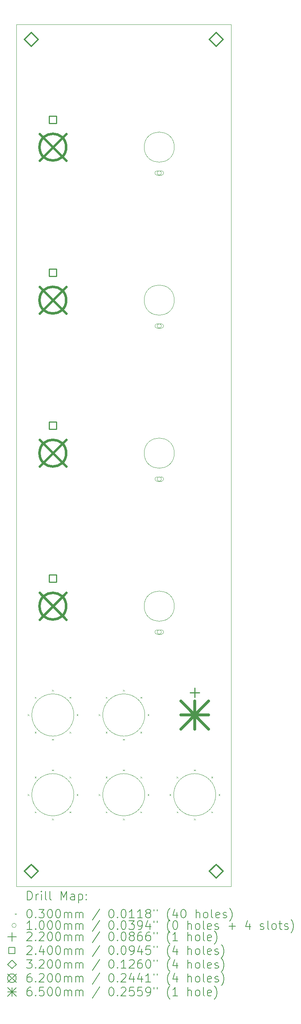
<source format=gbr>
%TF.GenerationSoftware,KiCad,Pcbnew,8.0.5*%
%TF.CreationDate,2024-12-03T21:15:37+01:00*%
%TF.ProjectId,DMH_Mixer_PANEL,444d485f-4d69-4786-9572-5f50414e454c,rev?*%
%TF.SameCoordinates,Original*%
%TF.FileFunction,Drillmap*%
%TF.FilePolarity,Positive*%
%FSLAX45Y45*%
G04 Gerber Fmt 4.5, Leading zero omitted, Abs format (unit mm)*
G04 Created by KiCad (PCBNEW 8.0.5) date 2024-12-03 21:15:37*
%MOMM*%
%LPD*%
G01*
G04 APERTURE LIST*
%ADD10C,0.050000*%
%ADD11C,0.200000*%
%ADD12C,0.100000*%
%ADD13C,0.220000*%
%ADD14C,0.240000*%
%ADD15C,0.320000*%
%ADD16C,0.620000*%
%ADD17C,0.650000*%
G04 APERTURE END LIST*
D10*
X5000000Y-3000000D02*
X10000000Y-3000000D01*
X10000000Y-23000000D01*
X5000000Y-23000000D01*
X5000000Y-3000000D01*
X8675000Y-12950000D02*
G75*
G02*
X7975000Y-12950000I-350000J0D01*
G01*
X7975000Y-12950000D02*
G75*
G02*
X8675000Y-12950000I350000J0D01*
G01*
X8675000Y-9400000D02*
G75*
G02*
X7975000Y-9400000I-350000J0D01*
G01*
X7975000Y-9400000D02*
G75*
G02*
X8675000Y-9400000I350000J0D01*
G01*
X8675000Y-16500000D02*
G75*
G02*
X7975000Y-16500000I-350000J0D01*
G01*
X7975000Y-16500000D02*
G75*
G02*
X8675000Y-16500000I350000J0D01*
G01*
X8675000Y-5850000D02*
G75*
G02*
X7975000Y-5850000I-350000J0D01*
G01*
X7975000Y-5850000D02*
G75*
G02*
X8675000Y-5850000I350000J0D01*
G01*
X9640000Y-20875000D02*
G75*
G02*
X8660000Y-20875000I-490000J0D01*
G01*
X8660000Y-20875000D02*
G75*
G02*
X9640000Y-20875000I490000J0D01*
G01*
X6340000Y-19025000D02*
G75*
G02*
X5360000Y-19025000I-490000J0D01*
G01*
X5360000Y-19025000D02*
G75*
G02*
X6340000Y-19025000I490000J0D01*
G01*
X7990000Y-19025000D02*
G75*
G02*
X7010000Y-19025000I-490000J0D01*
G01*
X7010000Y-19025000D02*
G75*
G02*
X7990000Y-19025000I490000J0D01*
G01*
X6340000Y-20875000D02*
G75*
G02*
X5360000Y-20875000I-490000J0D01*
G01*
X5360000Y-20875000D02*
G75*
G02*
X6340000Y-20875000I490000J0D01*
G01*
X7990000Y-20875000D02*
G75*
G02*
X7010000Y-20875000I-490000J0D01*
G01*
X7010000Y-20875000D02*
G75*
G02*
X7990000Y-20875000I490000J0D01*
G01*
D11*
D12*
X5265000Y-19010000D02*
X5295000Y-19040000D01*
X5295000Y-19010000D02*
X5265000Y-19040000D01*
X5265000Y-20860000D02*
X5295000Y-20890000D01*
X5295000Y-20860000D02*
X5265000Y-20890000D01*
X5431000Y-18607000D02*
X5461000Y-18637000D01*
X5461000Y-18607000D02*
X5431000Y-18637000D01*
X5431000Y-20457000D02*
X5461000Y-20487000D01*
X5461000Y-20457000D02*
X5431000Y-20487000D01*
X5432000Y-19414000D02*
X5462000Y-19444000D01*
X5462000Y-19414000D02*
X5432000Y-19444000D01*
X5432000Y-21264000D02*
X5462000Y-21294000D01*
X5462000Y-21264000D02*
X5432000Y-21294000D01*
X5835000Y-18440000D02*
X5865000Y-18470000D01*
X5865000Y-18440000D02*
X5835000Y-18470000D01*
X5835000Y-19580000D02*
X5865000Y-19610000D01*
X5865000Y-19580000D02*
X5835000Y-19610000D01*
X5835000Y-20290000D02*
X5865000Y-20320000D01*
X5865000Y-20290000D02*
X5835000Y-20320000D01*
X5835000Y-21430000D02*
X5865000Y-21460000D01*
X5865000Y-21430000D02*
X5835000Y-21460000D01*
X6238000Y-19414000D02*
X6268000Y-19444000D01*
X6268000Y-19414000D02*
X6238000Y-19444000D01*
X6238000Y-21264000D02*
X6268000Y-21294000D01*
X6268000Y-21264000D02*
X6238000Y-21294000D01*
X6239000Y-18607000D02*
X6269000Y-18637000D01*
X6269000Y-18607000D02*
X6239000Y-18637000D01*
X6239000Y-20457000D02*
X6269000Y-20487000D01*
X6269000Y-20457000D02*
X6239000Y-20487000D01*
X6405000Y-19010000D02*
X6435000Y-19040000D01*
X6435000Y-19010000D02*
X6405000Y-19040000D01*
X6405000Y-20860000D02*
X6435000Y-20890000D01*
X6435000Y-20860000D02*
X6405000Y-20890000D01*
X6915000Y-19010000D02*
X6945000Y-19040000D01*
X6945000Y-19010000D02*
X6915000Y-19040000D01*
X6915000Y-20860000D02*
X6945000Y-20890000D01*
X6945000Y-20860000D02*
X6915000Y-20890000D01*
X7081000Y-18607000D02*
X7111000Y-18637000D01*
X7111000Y-18607000D02*
X7081000Y-18637000D01*
X7081000Y-20457000D02*
X7111000Y-20487000D01*
X7111000Y-20457000D02*
X7081000Y-20487000D01*
X7082000Y-19414000D02*
X7112000Y-19444000D01*
X7112000Y-19414000D02*
X7082000Y-19444000D01*
X7082000Y-21264000D02*
X7112000Y-21294000D01*
X7112000Y-21264000D02*
X7082000Y-21294000D01*
X7485000Y-18440000D02*
X7515000Y-18470000D01*
X7515000Y-18440000D02*
X7485000Y-18470000D01*
X7485000Y-19580000D02*
X7515000Y-19610000D01*
X7515000Y-19580000D02*
X7485000Y-19610000D01*
X7485000Y-20290000D02*
X7515000Y-20320000D01*
X7515000Y-20290000D02*
X7485000Y-20320000D01*
X7485000Y-21430000D02*
X7515000Y-21460000D01*
X7515000Y-21430000D02*
X7485000Y-21460000D01*
X7888000Y-19414000D02*
X7918000Y-19444000D01*
X7918000Y-19414000D02*
X7888000Y-19444000D01*
X7888000Y-21264000D02*
X7918000Y-21294000D01*
X7918000Y-21264000D02*
X7888000Y-21294000D01*
X7889000Y-18607000D02*
X7919000Y-18637000D01*
X7919000Y-18607000D02*
X7889000Y-18637000D01*
X7889000Y-20457000D02*
X7919000Y-20487000D01*
X7919000Y-20457000D02*
X7889000Y-20487000D01*
X8055000Y-19010000D02*
X8085000Y-19040000D01*
X8085000Y-19010000D02*
X8055000Y-19040000D01*
X8055000Y-20860000D02*
X8085000Y-20890000D01*
X8085000Y-20860000D02*
X8055000Y-20890000D01*
X8565000Y-20860000D02*
X8595000Y-20890000D01*
X8595000Y-20860000D02*
X8565000Y-20890000D01*
X8731000Y-20457000D02*
X8761000Y-20487000D01*
X8761000Y-20457000D02*
X8731000Y-20487000D01*
X8732000Y-21264000D02*
X8762000Y-21294000D01*
X8762000Y-21264000D02*
X8732000Y-21294000D01*
X9135000Y-20290000D02*
X9165000Y-20320000D01*
X9165000Y-20290000D02*
X9135000Y-20320000D01*
X9135000Y-21430000D02*
X9165000Y-21460000D01*
X9165000Y-21430000D02*
X9135000Y-21460000D01*
X9538000Y-21264000D02*
X9568000Y-21294000D01*
X9568000Y-21264000D02*
X9538000Y-21294000D01*
X9539000Y-20457000D02*
X9569000Y-20487000D01*
X9569000Y-20457000D02*
X9539000Y-20487000D01*
X9705000Y-20860000D02*
X9735000Y-20890000D01*
X9735000Y-20860000D02*
X9705000Y-20890000D01*
X8375000Y-6450000D02*
G75*
G02*
X8275000Y-6450000I-50000J0D01*
G01*
X8275000Y-6450000D02*
G75*
G02*
X8375000Y-6450000I50000J0D01*
G01*
X8275000Y-6500000D02*
X8375000Y-6500000D01*
X8375000Y-6400000D02*
G75*
G02*
X8375000Y-6500000I0J-50000D01*
G01*
X8375000Y-6400000D02*
X8275000Y-6400000D01*
X8275000Y-6400000D02*
G75*
G03*
X8275000Y-6500000I0J-50000D01*
G01*
X8375000Y-10000000D02*
G75*
G02*
X8275000Y-10000000I-50000J0D01*
G01*
X8275000Y-10000000D02*
G75*
G02*
X8375000Y-10000000I50000J0D01*
G01*
X8275000Y-10050000D02*
X8375000Y-10050000D01*
X8375000Y-9950000D02*
G75*
G02*
X8375000Y-10050000I0J-50000D01*
G01*
X8375000Y-9950000D02*
X8275000Y-9950000D01*
X8275000Y-9950000D02*
G75*
G03*
X8275000Y-10050000I0J-50000D01*
G01*
X8375000Y-13550000D02*
G75*
G02*
X8275000Y-13550000I-50000J0D01*
G01*
X8275000Y-13550000D02*
G75*
G02*
X8375000Y-13550000I50000J0D01*
G01*
X8275000Y-13600000D02*
X8375000Y-13600000D01*
X8375000Y-13500000D02*
G75*
G02*
X8375000Y-13600000I0J-50000D01*
G01*
X8375000Y-13500000D02*
X8275000Y-13500000D01*
X8275000Y-13500000D02*
G75*
G03*
X8275000Y-13600000I0J-50000D01*
G01*
X8375000Y-17100000D02*
G75*
G02*
X8275000Y-17100000I-50000J0D01*
G01*
X8275000Y-17100000D02*
G75*
G02*
X8375000Y-17100000I50000J0D01*
G01*
X8275000Y-17150000D02*
X8375000Y-17150000D01*
X8375000Y-17050000D02*
G75*
G02*
X8375000Y-17150000I0J-50000D01*
G01*
X8375000Y-17050000D02*
X8275000Y-17050000D01*
X8275000Y-17050000D02*
G75*
G03*
X8275000Y-17150000I0J-50000D01*
G01*
D13*
X9150000Y-18395000D02*
X9150000Y-18615000D01*
X9040000Y-18505000D02*
X9260000Y-18505000D01*
D14*
X5934854Y-5294854D02*
X5934854Y-5125146D01*
X5765146Y-5125146D01*
X5765146Y-5294854D01*
X5934854Y-5294854D01*
X5934854Y-8844854D02*
X5934854Y-8675146D01*
X5765146Y-8675146D01*
X5765146Y-8844854D01*
X5934854Y-8844854D01*
X5934854Y-12394854D02*
X5934854Y-12225146D01*
X5765146Y-12225146D01*
X5765146Y-12394854D01*
X5934854Y-12394854D01*
X5934854Y-15944854D02*
X5934854Y-15775146D01*
X5765146Y-15775146D01*
X5765146Y-15944854D01*
X5934854Y-15944854D01*
D15*
X5350000Y-3510000D02*
X5510000Y-3350000D01*
X5350000Y-3190000D01*
X5190000Y-3350000D01*
X5350000Y-3510000D01*
X5350000Y-22810000D02*
X5510000Y-22650000D01*
X5350000Y-22490000D01*
X5190000Y-22650000D01*
X5350000Y-22810000D01*
X9650000Y-3510000D02*
X9810000Y-3350000D01*
X9650000Y-3190000D01*
X9490000Y-3350000D01*
X9650000Y-3510000D01*
X9650000Y-22810000D02*
X9810000Y-22650000D01*
X9650000Y-22490000D01*
X9490000Y-22650000D01*
X9650000Y-22810000D01*
D16*
X5540000Y-5540000D02*
X6160000Y-6160000D01*
X6160000Y-5540000D02*
X5540000Y-6160000D01*
X6160000Y-5850000D02*
G75*
G02*
X5540000Y-5850000I-310000J0D01*
G01*
X5540000Y-5850000D02*
G75*
G02*
X6160000Y-5850000I310000J0D01*
G01*
X5540000Y-9090000D02*
X6160000Y-9710000D01*
X6160000Y-9090000D02*
X5540000Y-9710000D01*
X6160000Y-9400000D02*
G75*
G02*
X5540000Y-9400000I-310000J0D01*
G01*
X5540000Y-9400000D02*
G75*
G02*
X6160000Y-9400000I310000J0D01*
G01*
X5540000Y-12640000D02*
X6160000Y-13260000D01*
X6160000Y-12640000D02*
X5540000Y-13260000D01*
X6160000Y-12950000D02*
G75*
G02*
X5540000Y-12950000I-310000J0D01*
G01*
X5540000Y-12950000D02*
G75*
G02*
X6160000Y-12950000I310000J0D01*
G01*
X5540000Y-16190000D02*
X6160000Y-16810000D01*
X6160000Y-16190000D02*
X5540000Y-16810000D01*
X6160000Y-16500000D02*
G75*
G02*
X5540000Y-16500000I-310000J0D01*
G01*
X5540000Y-16500000D02*
G75*
G02*
X6160000Y-16500000I310000J0D01*
G01*
D17*
X8825000Y-18700000D02*
X9475000Y-19350000D01*
X9475000Y-18700000D02*
X8825000Y-19350000D01*
X9150000Y-18700000D02*
X9150000Y-19350000D01*
X8825000Y-19025000D02*
X9475000Y-19025000D01*
D11*
X5258277Y-23313984D02*
X5258277Y-23113984D01*
X5258277Y-23113984D02*
X5305896Y-23113984D01*
X5305896Y-23113984D02*
X5334467Y-23123508D01*
X5334467Y-23123508D02*
X5353515Y-23142555D01*
X5353515Y-23142555D02*
X5363039Y-23161603D01*
X5363039Y-23161603D02*
X5372563Y-23199698D01*
X5372563Y-23199698D02*
X5372563Y-23228269D01*
X5372563Y-23228269D02*
X5363039Y-23266365D01*
X5363039Y-23266365D02*
X5353515Y-23285412D01*
X5353515Y-23285412D02*
X5334467Y-23304460D01*
X5334467Y-23304460D02*
X5305896Y-23313984D01*
X5305896Y-23313984D02*
X5258277Y-23313984D01*
X5458277Y-23313984D02*
X5458277Y-23180650D01*
X5458277Y-23218746D02*
X5467801Y-23199698D01*
X5467801Y-23199698D02*
X5477324Y-23190174D01*
X5477324Y-23190174D02*
X5496372Y-23180650D01*
X5496372Y-23180650D02*
X5515420Y-23180650D01*
X5582086Y-23313984D02*
X5582086Y-23180650D01*
X5582086Y-23113984D02*
X5572563Y-23123508D01*
X5572563Y-23123508D02*
X5582086Y-23133031D01*
X5582086Y-23133031D02*
X5591610Y-23123508D01*
X5591610Y-23123508D02*
X5582086Y-23113984D01*
X5582086Y-23113984D02*
X5582086Y-23133031D01*
X5705896Y-23313984D02*
X5686848Y-23304460D01*
X5686848Y-23304460D02*
X5677324Y-23285412D01*
X5677324Y-23285412D02*
X5677324Y-23113984D01*
X5810658Y-23313984D02*
X5791610Y-23304460D01*
X5791610Y-23304460D02*
X5782086Y-23285412D01*
X5782086Y-23285412D02*
X5782086Y-23113984D01*
X6039229Y-23313984D02*
X6039229Y-23113984D01*
X6039229Y-23113984D02*
X6105896Y-23256841D01*
X6105896Y-23256841D02*
X6172562Y-23113984D01*
X6172562Y-23113984D02*
X6172562Y-23313984D01*
X6353515Y-23313984D02*
X6353515Y-23209222D01*
X6353515Y-23209222D02*
X6343991Y-23190174D01*
X6343991Y-23190174D02*
X6324943Y-23180650D01*
X6324943Y-23180650D02*
X6286848Y-23180650D01*
X6286848Y-23180650D02*
X6267801Y-23190174D01*
X6353515Y-23304460D02*
X6334467Y-23313984D01*
X6334467Y-23313984D02*
X6286848Y-23313984D01*
X6286848Y-23313984D02*
X6267801Y-23304460D01*
X6267801Y-23304460D02*
X6258277Y-23285412D01*
X6258277Y-23285412D02*
X6258277Y-23266365D01*
X6258277Y-23266365D02*
X6267801Y-23247317D01*
X6267801Y-23247317D02*
X6286848Y-23237793D01*
X6286848Y-23237793D02*
X6334467Y-23237793D01*
X6334467Y-23237793D02*
X6353515Y-23228269D01*
X6448753Y-23180650D02*
X6448753Y-23380650D01*
X6448753Y-23190174D02*
X6467801Y-23180650D01*
X6467801Y-23180650D02*
X6505896Y-23180650D01*
X6505896Y-23180650D02*
X6524943Y-23190174D01*
X6524943Y-23190174D02*
X6534467Y-23199698D01*
X6534467Y-23199698D02*
X6543991Y-23218746D01*
X6543991Y-23218746D02*
X6543991Y-23275888D01*
X6543991Y-23275888D02*
X6534467Y-23294936D01*
X6534467Y-23294936D02*
X6524943Y-23304460D01*
X6524943Y-23304460D02*
X6505896Y-23313984D01*
X6505896Y-23313984D02*
X6467801Y-23313984D01*
X6467801Y-23313984D02*
X6448753Y-23304460D01*
X6629705Y-23294936D02*
X6639229Y-23304460D01*
X6639229Y-23304460D02*
X6629705Y-23313984D01*
X6629705Y-23313984D02*
X6620182Y-23304460D01*
X6620182Y-23304460D02*
X6629705Y-23294936D01*
X6629705Y-23294936D02*
X6629705Y-23313984D01*
X6629705Y-23190174D02*
X6639229Y-23199698D01*
X6639229Y-23199698D02*
X6629705Y-23209222D01*
X6629705Y-23209222D02*
X6620182Y-23199698D01*
X6620182Y-23199698D02*
X6629705Y-23190174D01*
X6629705Y-23190174D02*
X6629705Y-23209222D01*
D12*
X4967500Y-23627500D02*
X4997500Y-23657500D01*
X4997500Y-23627500D02*
X4967500Y-23657500D01*
D11*
X5296372Y-23533984D02*
X5315420Y-23533984D01*
X5315420Y-23533984D02*
X5334467Y-23543508D01*
X5334467Y-23543508D02*
X5343991Y-23553031D01*
X5343991Y-23553031D02*
X5353515Y-23572079D01*
X5353515Y-23572079D02*
X5363039Y-23610174D01*
X5363039Y-23610174D02*
X5363039Y-23657793D01*
X5363039Y-23657793D02*
X5353515Y-23695888D01*
X5353515Y-23695888D02*
X5343991Y-23714936D01*
X5343991Y-23714936D02*
X5334467Y-23724460D01*
X5334467Y-23724460D02*
X5315420Y-23733984D01*
X5315420Y-23733984D02*
X5296372Y-23733984D01*
X5296372Y-23733984D02*
X5277324Y-23724460D01*
X5277324Y-23724460D02*
X5267801Y-23714936D01*
X5267801Y-23714936D02*
X5258277Y-23695888D01*
X5258277Y-23695888D02*
X5248753Y-23657793D01*
X5248753Y-23657793D02*
X5248753Y-23610174D01*
X5248753Y-23610174D02*
X5258277Y-23572079D01*
X5258277Y-23572079D02*
X5267801Y-23553031D01*
X5267801Y-23553031D02*
X5277324Y-23543508D01*
X5277324Y-23543508D02*
X5296372Y-23533984D01*
X5448753Y-23714936D02*
X5458277Y-23724460D01*
X5458277Y-23724460D02*
X5448753Y-23733984D01*
X5448753Y-23733984D02*
X5439229Y-23724460D01*
X5439229Y-23724460D02*
X5448753Y-23714936D01*
X5448753Y-23714936D02*
X5448753Y-23733984D01*
X5524944Y-23533984D02*
X5648753Y-23533984D01*
X5648753Y-23533984D02*
X5582086Y-23610174D01*
X5582086Y-23610174D02*
X5610658Y-23610174D01*
X5610658Y-23610174D02*
X5629705Y-23619698D01*
X5629705Y-23619698D02*
X5639229Y-23629222D01*
X5639229Y-23629222D02*
X5648753Y-23648269D01*
X5648753Y-23648269D02*
X5648753Y-23695888D01*
X5648753Y-23695888D02*
X5639229Y-23714936D01*
X5639229Y-23714936D02*
X5629705Y-23724460D01*
X5629705Y-23724460D02*
X5610658Y-23733984D01*
X5610658Y-23733984D02*
X5553515Y-23733984D01*
X5553515Y-23733984D02*
X5534467Y-23724460D01*
X5534467Y-23724460D02*
X5524944Y-23714936D01*
X5772562Y-23533984D02*
X5791610Y-23533984D01*
X5791610Y-23533984D02*
X5810658Y-23543508D01*
X5810658Y-23543508D02*
X5820182Y-23553031D01*
X5820182Y-23553031D02*
X5829705Y-23572079D01*
X5829705Y-23572079D02*
X5839229Y-23610174D01*
X5839229Y-23610174D02*
X5839229Y-23657793D01*
X5839229Y-23657793D02*
X5829705Y-23695888D01*
X5829705Y-23695888D02*
X5820182Y-23714936D01*
X5820182Y-23714936D02*
X5810658Y-23724460D01*
X5810658Y-23724460D02*
X5791610Y-23733984D01*
X5791610Y-23733984D02*
X5772562Y-23733984D01*
X5772562Y-23733984D02*
X5753515Y-23724460D01*
X5753515Y-23724460D02*
X5743991Y-23714936D01*
X5743991Y-23714936D02*
X5734467Y-23695888D01*
X5734467Y-23695888D02*
X5724943Y-23657793D01*
X5724943Y-23657793D02*
X5724943Y-23610174D01*
X5724943Y-23610174D02*
X5734467Y-23572079D01*
X5734467Y-23572079D02*
X5743991Y-23553031D01*
X5743991Y-23553031D02*
X5753515Y-23543508D01*
X5753515Y-23543508D02*
X5772562Y-23533984D01*
X5963039Y-23533984D02*
X5982086Y-23533984D01*
X5982086Y-23533984D02*
X6001134Y-23543508D01*
X6001134Y-23543508D02*
X6010658Y-23553031D01*
X6010658Y-23553031D02*
X6020182Y-23572079D01*
X6020182Y-23572079D02*
X6029705Y-23610174D01*
X6029705Y-23610174D02*
X6029705Y-23657793D01*
X6029705Y-23657793D02*
X6020182Y-23695888D01*
X6020182Y-23695888D02*
X6010658Y-23714936D01*
X6010658Y-23714936D02*
X6001134Y-23724460D01*
X6001134Y-23724460D02*
X5982086Y-23733984D01*
X5982086Y-23733984D02*
X5963039Y-23733984D01*
X5963039Y-23733984D02*
X5943991Y-23724460D01*
X5943991Y-23724460D02*
X5934467Y-23714936D01*
X5934467Y-23714936D02*
X5924943Y-23695888D01*
X5924943Y-23695888D02*
X5915420Y-23657793D01*
X5915420Y-23657793D02*
X5915420Y-23610174D01*
X5915420Y-23610174D02*
X5924943Y-23572079D01*
X5924943Y-23572079D02*
X5934467Y-23553031D01*
X5934467Y-23553031D02*
X5943991Y-23543508D01*
X5943991Y-23543508D02*
X5963039Y-23533984D01*
X6115420Y-23733984D02*
X6115420Y-23600650D01*
X6115420Y-23619698D02*
X6124943Y-23610174D01*
X6124943Y-23610174D02*
X6143991Y-23600650D01*
X6143991Y-23600650D02*
X6172563Y-23600650D01*
X6172563Y-23600650D02*
X6191610Y-23610174D01*
X6191610Y-23610174D02*
X6201134Y-23629222D01*
X6201134Y-23629222D02*
X6201134Y-23733984D01*
X6201134Y-23629222D02*
X6210658Y-23610174D01*
X6210658Y-23610174D02*
X6229705Y-23600650D01*
X6229705Y-23600650D02*
X6258277Y-23600650D01*
X6258277Y-23600650D02*
X6277324Y-23610174D01*
X6277324Y-23610174D02*
X6286848Y-23629222D01*
X6286848Y-23629222D02*
X6286848Y-23733984D01*
X6382086Y-23733984D02*
X6382086Y-23600650D01*
X6382086Y-23619698D02*
X6391610Y-23610174D01*
X6391610Y-23610174D02*
X6410658Y-23600650D01*
X6410658Y-23600650D02*
X6439229Y-23600650D01*
X6439229Y-23600650D02*
X6458277Y-23610174D01*
X6458277Y-23610174D02*
X6467801Y-23629222D01*
X6467801Y-23629222D02*
X6467801Y-23733984D01*
X6467801Y-23629222D02*
X6477324Y-23610174D01*
X6477324Y-23610174D02*
X6496372Y-23600650D01*
X6496372Y-23600650D02*
X6524943Y-23600650D01*
X6524943Y-23600650D02*
X6543991Y-23610174D01*
X6543991Y-23610174D02*
X6553515Y-23629222D01*
X6553515Y-23629222D02*
X6553515Y-23733984D01*
X6943991Y-23524460D02*
X6772563Y-23781603D01*
X7201134Y-23533984D02*
X7220182Y-23533984D01*
X7220182Y-23533984D02*
X7239229Y-23543508D01*
X7239229Y-23543508D02*
X7248753Y-23553031D01*
X7248753Y-23553031D02*
X7258277Y-23572079D01*
X7258277Y-23572079D02*
X7267801Y-23610174D01*
X7267801Y-23610174D02*
X7267801Y-23657793D01*
X7267801Y-23657793D02*
X7258277Y-23695888D01*
X7258277Y-23695888D02*
X7248753Y-23714936D01*
X7248753Y-23714936D02*
X7239229Y-23724460D01*
X7239229Y-23724460D02*
X7220182Y-23733984D01*
X7220182Y-23733984D02*
X7201134Y-23733984D01*
X7201134Y-23733984D02*
X7182086Y-23724460D01*
X7182086Y-23724460D02*
X7172563Y-23714936D01*
X7172563Y-23714936D02*
X7163039Y-23695888D01*
X7163039Y-23695888D02*
X7153515Y-23657793D01*
X7153515Y-23657793D02*
X7153515Y-23610174D01*
X7153515Y-23610174D02*
X7163039Y-23572079D01*
X7163039Y-23572079D02*
X7172563Y-23553031D01*
X7172563Y-23553031D02*
X7182086Y-23543508D01*
X7182086Y-23543508D02*
X7201134Y-23533984D01*
X7353515Y-23714936D02*
X7363039Y-23724460D01*
X7363039Y-23724460D02*
X7353515Y-23733984D01*
X7353515Y-23733984D02*
X7343991Y-23724460D01*
X7343991Y-23724460D02*
X7353515Y-23714936D01*
X7353515Y-23714936D02*
X7353515Y-23733984D01*
X7486848Y-23533984D02*
X7505896Y-23533984D01*
X7505896Y-23533984D02*
X7524944Y-23543508D01*
X7524944Y-23543508D02*
X7534467Y-23553031D01*
X7534467Y-23553031D02*
X7543991Y-23572079D01*
X7543991Y-23572079D02*
X7553515Y-23610174D01*
X7553515Y-23610174D02*
X7553515Y-23657793D01*
X7553515Y-23657793D02*
X7543991Y-23695888D01*
X7543991Y-23695888D02*
X7534467Y-23714936D01*
X7534467Y-23714936D02*
X7524944Y-23724460D01*
X7524944Y-23724460D02*
X7505896Y-23733984D01*
X7505896Y-23733984D02*
X7486848Y-23733984D01*
X7486848Y-23733984D02*
X7467801Y-23724460D01*
X7467801Y-23724460D02*
X7458277Y-23714936D01*
X7458277Y-23714936D02*
X7448753Y-23695888D01*
X7448753Y-23695888D02*
X7439229Y-23657793D01*
X7439229Y-23657793D02*
X7439229Y-23610174D01*
X7439229Y-23610174D02*
X7448753Y-23572079D01*
X7448753Y-23572079D02*
X7458277Y-23553031D01*
X7458277Y-23553031D02*
X7467801Y-23543508D01*
X7467801Y-23543508D02*
X7486848Y-23533984D01*
X7743991Y-23733984D02*
X7629706Y-23733984D01*
X7686848Y-23733984D02*
X7686848Y-23533984D01*
X7686848Y-23533984D02*
X7667801Y-23562555D01*
X7667801Y-23562555D02*
X7648753Y-23581603D01*
X7648753Y-23581603D02*
X7629706Y-23591127D01*
X7934467Y-23733984D02*
X7820182Y-23733984D01*
X7877325Y-23733984D02*
X7877325Y-23533984D01*
X7877325Y-23533984D02*
X7858277Y-23562555D01*
X7858277Y-23562555D02*
X7839229Y-23581603D01*
X7839229Y-23581603D02*
X7820182Y-23591127D01*
X8048753Y-23619698D02*
X8029706Y-23610174D01*
X8029706Y-23610174D02*
X8020182Y-23600650D01*
X8020182Y-23600650D02*
X8010658Y-23581603D01*
X8010658Y-23581603D02*
X8010658Y-23572079D01*
X8010658Y-23572079D02*
X8020182Y-23553031D01*
X8020182Y-23553031D02*
X8029706Y-23543508D01*
X8029706Y-23543508D02*
X8048753Y-23533984D01*
X8048753Y-23533984D02*
X8086848Y-23533984D01*
X8086848Y-23533984D02*
X8105896Y-23543508D01*
X8105896Y-23543508D02*
X8115420Y-23553031D01*
X8115420Y-23553031D02*
X8124944Y-23572079D01*
X8124944Y-23572079D02*
X8124944Y-23581603D01*
X8124944Y-23581603D02*
X8115420Y-23600650D01*
X8115420Y-23600650D02*
X8105896Y-23610174D01*
X8105896Y-23610174D02*
X8086848Y-23619698D01*
X8086848Y-23619698D02*
X8048753Y-23619698D01*
X8048753Y-23619698D02*
X8029706Y-23629222D01*
X8029706Y-23629222D02*
X8020182Y-23638746D01*
X8020182Y-23638746D02*
X8010658Y-23657793D01*
X8010658Y-23657793D02*
X8010658Y-23695888D01*
X8010658Y-23695888D02*
X8020182Y-23714936D01*
X8020182Y-23714936D02*
X8029706Y-23724460D01*
X8029706Y-23724460D02*
X8048753Y-23733984D01*
X8048753Y-23733984D02*
X8086848Y-23733984D01*
X8086848Y-23733984D02*
X8105896Y-23724460D01*
X8105896Y-23724460D02*
X8115420Y-23714936D01*
X8115420Y-23714936D02*
X8124944Y-23695888D01*
X8124944Y-23695888D02*
X8124944Y-23657793D01*
X8124944Y-23657793D02*
X8115420Y-23638746D01*
X8115420Y-23638746D02*
X8105896Y-23629222D01*
X8105896Y-23629222D02*
X8086848Y-23619698D01*
X8201134Y-23533984D02*
X8201134Y-23572079D01*
X8277325Y-23533984D02*
X8277325Y-23572079D01*
X8572563Y-23810174D02*
X8563039Y-23800650D01*
X8563039Y-23800650D02*
X8543991Y-23772079D01*
X8543991Y-23772079D02*
X8534468Y-23753031D01*
X8534468Y-23753031D02*
X8524944Y-23724460D01*
X8524944Y-23724460D02*
X8515420Y-23676841D01*
X8515420Y-23676841D02*
X8515420Y-23638746D01*
X8515420Y-23638746D02*
X8524944Y-23591127D01*
X8524944Y-23591127D02*
X8534468Y-23562555D01*
X8534468Y-23562555D02*
X8543991Y-23543508D01*
X8543991Y-23543508D02*
X8563039Y-23514936D01*
X8563039Y-23514936D02*
X8572563Y-23505412D01*
X8734468Y-23600650D02*
X8734468Y-23733984D01*
X8686849Y-23524460D02*
X8639230Y-23667317D01*
X8639230Y-23667317D02*
X8763039Y-23667317D01*
X8877325Y-23533984D02*
X8896372Y-23533984D01*
X8896372Y-23533984D02*
X8915420Y-23543508D01*
X8915420Y-23543508D02*
X8924944Y-23553031D01*
X8924944Y-23553031D02*
X8934468Y-23572079D01*
X8934468Y-23572079D02*
X8943991Y-23610174D01*
X8943991Y-23610174D02*
X8943991Y-23657793D01*
X8943991Y-23657793D02*
X8934468Y-23695888D01*
X8934468Y-23695888D02*
X8924944Y-23714936D01*
X8924944Y-23714936D02*
X8915420Y-23724460D01*
X8915420Y-23724460D02*
X8896372Y-23733984D01*
X8896372Y-23733984D02*
X8877325Y-23733984D01*
X8877325Y-23733984D02*
X8858277Y-23724460D01*
X8858277Y-23724460D02*
X8848753Y-23714936D01*
X8848753Y-23714936D02*
X8839230Y-23695888D01*
X8839230Y-23695888D02*
X8829706Y-23657793D01*
X8829706Y-23657793D02*
X8829706Y-23610174D01*
X8829706Y-23610174D02*
X8839230Y-23572079D01*
X8839230Y-23572079D02*
X8848753Y-23553031D01*
X8848753Y-23553031D02*
X8858277Y-23543508D01*
X8858277Y-23543508D02*
X8877325Y-23533984D01*
X9182087Y-23733984D02*
X9182087Y-23533984D01*
X9267801Y-23733984D02*
X9267801Y-23629222D01*
X9267801Y-23629222D02*
X9258277Y-23610174D01*
X9258277Y-23610174D02*
X9239230Y-23600650D01*
X9239230Y-23600650D02*
X9210658Y-23600650D01*
X9210658Y-23600650D02*
X9191611Y-23610174D01*
X9191611Y-23610174D02*
X9182087Y-23619698D01*
X9391611Y-23733984D02*
X9372563Y-23724460D01*
X9372563Y-23724460D02*
X9363039Y-23714936D01*
X9363039Y-23714936D02*
X9353515Y-23695888D01*
X9353515Y-23695888D02*
X9353515Y-23638746D01*
X9353515Y-23638746D02*
X9363039Y-23619698D01*
X9363039Y-23619698D02*
X9372563Y-23610174D01*
X9372563Y-23610174D02*
X9391611Y-23600650D01*
X9391611Y-23600650D02*
X9420182Y-23600650D01*
X9420182Y-23600650D02*
X9439230Y-23610174D01*
X9439230Y-23610174D02*
X9448753Y-23619698D01*
X9448753Y-23619698D02*
X9458277Y-23638746D01*
X9458277Y-23638746D02*
X9458277Y-23695888D01*
X9458277Y-23695888D02*
X9448753Y-23714936D01*
X9448753Y-23714936D02*
X9439230Y-23724460D01*
X9439230Y-23724460D02*
X9420182Y-23733984D01*
X9420182Y-23733984D02*
X9391611Y-23733984D01*
X9572563Y-23733984D02*
X9553515Y-23724460D01*
X9553515Y-23724460D02*
X9543992Y-23705412D01*
X9543992Y-23705412D02*
X9543992Y-23533984D01*
X9724944Y-23724460D02*
X9705896Y-23733984D01*
X9705896Y-23733984D02*
X9667801Y-23733984D01*
X9667801Y-23733984D02*
X9648753Y-23724460D01*
X9648753Y-23724460D02*
X9639230Y-23705412D01*
X9639230Y-23705412D02*
X9639230Y-23629222D01*
X9639230Y-23629222D02*
X9648753Y-23610174D01*
X9648753Y-23610174D02*
X9667801Y-23600650D01*
X9667801Y-23600650D02*
X9705896Y-23600650D01*
X9705896Y-23600650D02*
X9724944Y-23610174D01*
X9724944Y-23610174D02*
X9734468Y-23629222D01*
X9734468Y-23629222D02*
X9734468Y-23648269D01*
X9734468Y-23648269D02*
X9639230Y-23667317D01*
X9810658Y-23724460D02*
X9829706Y-23733984D01*
X9829706Y-23733984D02*
X9867801Y-23733984D01*
X9867801Y-23733984D02*
X9886849Y-23724460D01*
X9886849Y-23724460D02*
X9896373Y-23705412D01*
X9896373Y-23705412D02*
X9896373Y-23695888D01*
X9896373Y-23695888D02*
X9886849Y-23676841D01*
X9886849Y-23676841D02*
X9867801Y-23667317D01*
X9867801Y-23667317D02*
X9839230Y-23667317D01*
X9839230Y-23667317D02*
X9820182Y-23657793D01*
X9820182Y-23657793D02*
X9810658Y-23638746D01*
X9810658Y-23638746D02*
X9810658Y-23629222D01*
X9810658Y-23629222D02*
X9820182Y-23610174D01*
X9820182Y-23610174D02*
X9839230Y-23600650D01*
X9839230Y-23600650D02*
X9867801Y-23600650D01*
X9867801Y-23600650D02*
X9886849Y-23610174D01*
X9963039Y-23810174D02*
X9972563Y-23800650D01*
X9972563Y-23800650D02*
X9991611Y-23772079D01*
X9991611Y-23772079D02*
X10001134Y-23753031D01*
X10001134Y-23753031D02*
X10010658Y-23724460D01*
X10010658Y-23724460D02*
X10020182Y-23676841D01*
X10020182Y-23676841D02*
X10020182Y-23638746D01*
X10020182Y-23638746D02*
X10010658Y-23591127D01*
X10010658Y-23591127D02*
X10001134Y-23562555D01*
X10001134Y-23562555D02*
X9991611Y-23543508D01*
X9991611Y-23543508D02*
X9972563Y-23514936D01*
X9972563Y-23514936D02*
X9963039Y-23505412D01*
D12*
X4997500Y-23906500D02*
G75*
G02*
X4897500Y-23906500I-50000J0D01*
G01*
X4897500Y-23906500D02*
G75*
G02*
X4997500Y-23906500I50000J0D01*
G01*
D11*
X5363039Y-23997984D02*
X5248753Y-23997984D01*
X5305896Y-23997984D02*
X5305896Y-23797984D01*
X5305896Y-23797984D02*
X5286848Y-23826555D01*
X5286848Y-23826555D02*
X5267801Y-23845603D01*
X5267801Y-23845603D02*
X5248753Y-23855127D01*
X5448753Y-23978936D02*
X5458277Y-23988460D01*
X5458277Y-23988460D02*
X5448753Y-23997984D01*
X5448753Y-23997984D02*
X5439229Y-23988460D01*
X5439229Y-23988460D02*
X5448753Y-23978936D01*
X5448753Y-23978936D02*
X5448753Y-23997984D01*
X5582086Y-23797984D02*
X5601134Y-23797984D01*
X5601134Y-23797984D02*
X5620182Y-23807508D01*
X5620182Y-23807508D02*
X5629705Y-23817031D01*
X5629705Y-23817031D02*
X5639229Y-23836079D01*
X5639229Y-23836079D02*
X5648753Y-23874174D01*
X5648753Y-23874174D02*
X5648753Y-23921793D01*
X5648753Y-23921793D02*
X5639229Y-23959888D01*
X5639229Y-23959888D02*
X5629705Y-23978936D01*
X5629705Y-23978936D02*
X5620182Y-23988460D01*
X5620182Y-23988460D02*
X5601134Y-23997984D01*
X5601134Y-23997984D02*
X5582086Y-23997984D01*
X5582086Y-23997984D02*
X5563039Y-23988460D01*
X5563039Y-23988460D02*
X5553515Y-23978936D01*
X5553515Y-23978936D02*
X5543991Y-23959888D01*
X5543991Y-23959888D02*
X5534467Y-23921793D01*
X5534467Y-23921793D02*
X5534467Y-23874174D01*
X5534467Y-23874174D02*
X5543991Y-23836079D01*
X5543991Y-23836079D02*
X5553515Y-23817031D01*
X5553515Y-23817031D02*
X5563039Y-23807508D01*
X5563039Y-23807508D02*
X5582086Y-23797984D01*
X5772562Y-23797984D02*
X5791610Y-23797984D01*
X5791610Y-23797984D02*
X5810658Y-23807508D01*
X5810658Y-23807508D02*
X5820182Y-23817031D01*
X5820182Y-23817031D02*
X5829705Y-23836079D01*
X5829705Y-23836079D02*
X5839229Y-23874174D01*
X5839229Y-23874174D02*
X5839229Y-23921793D01*
X5839229Y-23921793D02*
X5829705Y-23959888D01*
X5829705Y-23959888D02*
X5820182Y-23978936D01*
X5820182Y-23978936D02*
X5810658Y-23988460D01*
X5810658Y-23988460D02*
X5791610Y-23997984D01*
X5791610Y-23997984D02*
X5772562Y-23997984D01*
X5772562Y-23997984D02*
X5753515Y-23988460D01*
X5753515Y-23988460D02*
X5743991Y-23978936D01*
X5743991Y-23978936D02*
X5734467Y-23959888D01*
X5734467Y-23959888D02*
X5724943Y-23921793D01*
X5724943Y-23921793D02*
X5724943Y-23874174D01*
X5724943Y-23874174D02*
X5734467Y-23836079D01*
X5734467Y-23836079D02*
X5743991Y-23817031D01*
X5743991Y-23817031D02*
X5753515Y-23807508D01*
X5753515Y-23807508D02*
X5772562Y-23797984D01*
X5963039Y-23797984D02*
X5982086Y-23797984D01*
X5982086Y-23797984D02*
X6001134Y-23807508D01*
X6001134Y-23807508D02*
X6010658Y-23817031D01*
X6010658Y-23817031D02*
X6020182Y-23836079D01*
X6020182Y-23836079D02*
X6029705Y-23874174D01*
X6029705Y-23874174D02*
X6029705Y-23921793D01*
X6029705Y-23921793D02*
X6020182Y-23959888D01*
X6020182Y-23959888D02*
X6010658Y-23978936D01*
X6010658Y-23978936D02*
X6001134Y-23988460D01*
X6001134Y-23988460D02*
X5982086Y-23997984D01*
X5982086Y-23997984D02*
X5963039Y-23997984D01*
X5963039Y-23997984D02*
X5943991Y-23988460D01*
X5943991Y-23988460D02*
X5934467Y-23978936D01*
X5934467Y-23978936D02*
X5924943Y-23959888D01*
X5924943Y-23959888D02*
X5915420Y-23921793D01*
X5915420Y-23921793D02*
X5915420Y-23874174D01*
X5915420Y-23874174D02*
X5924943Y-23836079D01*
X5924943Y-23836079D02*
X5934467Y-23817031D01*
X5934467Y-23817031D02*
X5943991Y-23807508D01*
X5943991Y-23807508D02*
X5963039Y-23797984D01*
X6115420Y-23997984D02*
X6115420Y-23864650D01*
X6115420Y-23883698D02*
X6124943Y-23874174D01*
X6124943Y-23874174D02*
X6143991Y-23864650D01*
X6143991Y-23864650D02*
X6172563Y-23864650D01*
X6172563Y-23864650D02*
X6191610Y-23874174D01*
X6191610Y-23874174D02*
X6201134Y-23893222D01*
X6201134Y-23893222D02*
X6201134Y-23997984D01*
X6201134Y-23893222D02*
X6210658Y-23874174D01*
X6210658Y-23874174D02*
X6229705Y-23864650D01*
X6229705Y-23864650D02*
X6258277Y-23864650D01*
X6258277Y-23864650D02*
X6277324Y-23874174D01*
X6277324Y-23874174D02*
X6286848Y-23893222D01*
X6286848Y-23893222D02*
X6286848Y-23997984D01*
X6382086Y-23997984D02*
X6382086Y-23864650D01*
X6382086Y-23883698D02*
X6391610Y-23874174D01*
X6391610Y-23874174D02*
X6410658Y-23864650D01*
X6410658Y-23864650D02*
X6439229Y-23864650D01*
X6439229Y-23864650D02*
X6458277Y-23874174D01*
X6458277Y-23874174D02*
X6467801Y-23893222D01*
X6467801Y-23893222D02*
X6467801Y-23997984D01*
X6467801Y-23893222D02*
X6477324Y-23874174D01*
X6477324Y-23874174D02*
X6496372Y-23864650D01*
X6496372Y-23864650D02*
X6524943Y-23864650D01*
X6524943Y-23864650D02*
X6543991Y-23874174D01*
X6543991Y-23874174D02*
X6553515Y-23893222D01*
X6553515Y-23893222D02*
X6553515Y-23997984D01*
X6943991Y-23788460D02*
X6772563Y-24045603D01*
X7201134Y-23797984D02*
X7220182Y-23797984D01*
X7220182Y-23797984D02*
X7239229Y-23807508D01*
X7239229Y-23807508D02*
X7248753Y-23817031D01*
X7248753Y-23817031D02*
X7258277Y-23836079D01*
X7258277Y-23836079D02*
X7267801Y-23874174D01*
X7267801Y-23874174D02*
X7267801Y-23921793D01*
X7267801Y-23921793D02*
X7258277Y-23959888D01*
X7258277Y-23959888D02*
X7248753Y-23978936D01*
X7248753Y-23978936D02*
X7239229Y-23988460D01*
X7239229Y-23988460D02*
X7220182Y-23997984D01*
X7220182Y-23997984D02*
X7201134Y-23997984D01*
X7201134Y-23997984D02*
X7182086Y-23988460D01*
X7182086Y-23988460D02*
X7172563Y-23978936D01*
X7172563Y-23978936D02*
X7163039Y-23959888D01*
X7163039Y-23959888D02*
X7153515Y-23921793D01*
X7153515Y-23921793D02*
X7153515Y-23874174D01*
X7153515Y-23874174D02*
X7163039Y-23836079D01*
X7163039Y-23836079D02*
X7172563Y-23817031D01*
X7172563Y-23817031D02*
X7182086Y-23807508D01*
X7182086Y-23807508D02*
X7201134Y-23797984D01*
X7353515Y-23978936D02*
X7363039Y-23988460D01*
X7363039Y-23988460D02*
X7353515Y-23997984D01*
X7353515Y-23997984D02*
X7343991Y-23988460D01*
X7343991Y-23988460D02*
X7353515Y-23978936D01*
X7353515Y-23978936D02*
X7353515Y-23997984D01*
X7486848Y-23797984D02*
X7505896Y-23797984D01*
X7505896Y-23797984D02*
X7524944Y-23807508D01*
X7524944Y-23807508D02*
X7534467Y-23817031D01*
X7534467Y-23817031D02*
X7543991Y-23836079D01*
X7543991Y-23836079D02*
X7553515Y-23874174D01*
X7553515Y-23874174D02*
X7553515Y-23921793D01*
X7553515Y-23921793D02*
X7543991Y-23959888D01*
X7543991Y-23959888D02*
X7534467Y-23978936D01*
X7534467Y-23978936D02*
X7524944Y-23988460D01*
X7524944Y-23988460D02*
X7505896Y-23997984D01*
X7505896Y-23997984D02*
X7486848Y-23997984D01*
X7486848Y-23997984D02*
X7467801Y-23988460D01*
X7467801Y-23988460D02*
X7458277Y-23978936D01*
X7458277Y-23978936D02*
X7448753Y-23959888D01*
X7448753Y-23959888D02*
X7439229Y-23921793D01*
X7439229Y-23921793D02*
X7439229Y-23874174D01*
X7439229Y-23874174D02*
X7448753Y-23836079D01*
X7448753Y-23836079D02*
X7458277Y-23817031D01*
X7458277Y-23817031D02*
X7467801Y-23807508D01*
X7467801Y-23807508D02*
X7486848Y-23797984D01*
X7620182Y-23797984D02*
X7743991Y-23797984D01*
X7743991Y-23797984D02*
X7677325Y-23874174D01*
X7677325Y-23874174D02*
X7705896Y-23874174D01*
X7705896Y-23874174D02*
X7724944Y-23883698D01*
X7724944Y-23883698D02*
X7734467Y-23893222D01*
X7734467Y-23893222D02*
X7743991Y-23912269D01*
X7743991Y-23912269D02*
X7743991Y-23959888D01*
X7743991Y-23959888D02*
X7734467Y-23978936D01*
X7734467Y-23978936D02*
X7724944Y-23988460D01*
X7724944Y-23988460D02*
X7705896Y-23997984D01*
X7705896Y-23997984D02*
X7648753Y-23997984D01*
X7648753Y-23997984D02*
X7629706Y-23988460D01*
X7629706Y-23988460D02*
X7620182Y-23978936D01*
X7839229Y-23997984D02*
X7877325Y-23997984D01*
X7877325Y-23997984D02*
X7896372Y-23988460D01*
X7896372Y-23988460D02*
X7905896Y-23978936D01*
X7905896Y-23978936D02*
X7924944Y-23950365D01*
X7924944Y-23950365D02*
X7934467Y-23912269D01*
X7934467Y-23912269D02*
X7934467Y-23836079D01*
X7934467Y-23836079D02*
X7924944Y-23817031D01*
X7924944Y-23817031D02*
X7915420Y-23807508D01*
X7915420Y-23807508D02*
X7896372Y-23797984D01*
X7896372Y-23797984D02*
X7858277Y-23797984D01*
X7858277Y-23797984D02*
X7839229Y-23807508D01*
X7839229Y-23807508D02*
X7829706Y-23817031D01*
X7829706Y-23817031D02*
X7820182Y-23836079D01*
X7820182Y-23836079D02*
X7820182Y-23883698D01*
X7820182Y-23883698D02*
X7829706Y-23902746D01*
X7829706Y-23902746D02*
X7839229Y-23912269D01*
X7839229Y-23912269D02*
X7858277Y-23921793D01*
X7858277Y-23921793D02*
X7896372Y-23921793D01*
X7896372Y-23921793D02*
X7915420Y-23912269D01*
X7915420Y-23912269D02*
X7924944Y-23902746D01*
X7924944Y-23902746D02*
X7934467Y-23883698D01*
X8105896Y-23864650D02*
X8105896Y-23997984D01*
X8058277Y-23788460D02*
X8010658Y-23931317D01*
X8010658Y-23931317D02*
X8134467Y-23931317D01*
X8201134Y-23797984D02*
X8201134Y-23836079D01*
X8277325Y-23797984D02*
X8277325Y-23836079D01*
X8572563Y-24074174D02*
X8563039Y-24064650D01*
X8563039Y-24064650D02*
X8543991Y-24036079D01*
X8543991Y-24036079D02*
X8534468Y-24017031D01*
X8534468Y-24017031D02*
X8524944Y-23988460D01*
X8524944Y-23988460D02*
X8515420Y-23940841D01*
X8515420Y-23940841D02*
X8515420Y-23902746D01*
X8515420Y-23902746D02*
X8524944Y-23855127D01*
X8524944Y-23855127D02*
X8534468Y-23826555D01*
X8534468Y-23826555D02*
X8543991Y-23807508D01*
X8543991Y-23807508D02*
X8563039Y-23778936D01*
X8563039Y-23778936D02*
X8572563Y-23769412D01*
X8686849Y-23797984D02*
X8705896Y-23797984D01*
X8705896Y-23797984D02*
X8724944Y-23807508D01*
X8724944Y-23807508D02*
X8734468Y-23817031D01*
X8734468Y-23817031D02*
X8743991Y-23836079D01*
X8743991Y-23836079D02*
X8753515Y-23874174D01*
X8753515Y-23874174D02*
X8753515Y-23921793D01*
X8753515Y-23921793D02*
X8743991Y-23959888D01*
X8743991Y-23959888D02*
X8734468Y-23978936D01*
X8734468Y-23978936D02*
X8724944Y-23988460D01*
X8724944Y-23988460D02*
X8705896Y-23997984D01*
X8705896Y-23997984D02*
X8686849Y-23997984D01*
X8686849Y-23997984D02*
X8667801Y-23988460D01*
X8667801Y-23988460D02*
X8658277Y-23978936D01*
X8658277Y-23978936D02*
X8648753Y-23959888D01*
X8648753Y-23959888D02*
X8639230Y-23921793D01*
X8639230Y-23921793D02*
X8639230Y-23874174D01*
X8639230Y-23874174D02*
X8648753Y-23836079D01*
X8648753Y-23836079D02*
X8658277Y-23817031D01*
X8658277Y-23817031D02*
X8667801Y-23807508D01*
X8667801Y-23807508D02*
X8686849Y-23797984D01*
X8991611Y-23997984D02*
X8991611Y-23797984D01*
X9077325Y-23997984D02*
X9077325Y-23893222D01*
X9077325Y-23893222D02*
X9067801Y-23874174D01*
X9067801Y-23874174D02*
X9048753Y-23864650D01*
X9048753Y-23864650D02*
X9020182Y-23864650D01*
X9020182Y-23864650D02*
X9001134Y-23874174D01*
X9001134Y-23874174D02*
X8991611Y-23883698D01*
X9201134Y-23997984D02*
X9182087Y-23988460D01*
X9182087Y-23988460D02*
X9172563Y-23978936D01*
X9172563Y-23978936D02*
X9163039Y-23959888D01*
X9163039Y-23959888D02*
X9163039Y-23902746D01*
X9163039Y-23902746D02*
X9172563Y-23883698D01*
X9172563Y-23883698D02*
X9182087Y-23874174D01*
X9182087Y-23874174D02*
X9201134Y-23864650D01*
X9201134Y-23864650D02*
X9229706Y-23864650D01*
X9229706Y-23864650D02*
X9248753Y-23874174D01*
X9248753Y-23874174D02*
X9258277Y-23883698D01*
X9258277Y-23883698D02*
X9267801Y-23902746D01*
X9267801Y-23902746D02*
X9267801Y-23959888D01*
X9267801Y-23959888D02*
X9258277Y-23978936D01*
X9258277Y-23978936D02*
X9248753Y-23988460D01*
X9248753Y-23988460D02*
X9229706Y-23997984D01*
X9229706Y-23997984D02*
X9201134Y-23997984D01*
X9382087Y-23997984D02*
X9363039Y-23988460D01*
X9363039Y-23988460D02*
X9353515Y-23969412D01*
X9353515Y-23969412D02*
X9353515Y-23797984D01*
X9534468Y-23988460D02*
X9515420Y-23997984D01*
X9515420Y-23997984D02*
X9477325Y-23997984D01*
X9477325Y-23997984D02*
X9458277Y-23988460D01*
X9458277Y-23988460D02*
X9448753Y-23969412D01*
X9448753Y-23969412D02*
X9448753Y-23893222D01*
X9448753Y-23893222D02*
X9458277Y-23874174D01*
X9458277Y-23874174D02*
X9477325Y-23864650D01*
X9477325Y-23864650D02*
X9515420Y-23864650D01*
X9515420Y-23864650D02*
X9534468Y-23874174D01*
X9534468Y-23874174D02*
X9543992Y-23893222D01*
X9543992Y-23893222D02*
X9543992Y-23912269D01*
X9543992Y-23912269D02*
X9448753Y-23931317D01*
X9620182Y-23988460D02*
X9639230Y-23997984D01*
X9639230Y-23997984D02*
X9677325Y-23997984D01*
X9677325Y-23997984D02*
X9696373Y-23988460D01*
X9696373Y-23988460D02*
X9705896Y-23969412D01*
X9705896Y-23969412D02*
X9705896Y-23959888D01*
X9705896Y-23959888D02*
X9696373Y-23940841D01*
X9696373Y-23940841D02*
X9677325Y-23931317D01*
X9677325Y-23931317D02*
X9648753Y-23931317D01*
X9648753Y-23931317D02*
X9629706Y-23921793D01*
X9629706Y-23921793D02*
X9620182Y-23902746D01*
X9620182Y-23902746D02*
X9620182Y-23893222D01*
X9620182Y-23893222D02*
X9629706Y-23874174D01*
X9629706Y-23874174D02*
X9648753Y-23864650D01*
X9648753Y-23864650D02*
X9677325Y-23864650D01*
X9677325Y-23864650D02*
X9696373Y-23874174D01*
X9943992Y-23921793D02*
X10096373Y-23921793D01*
X10020182Y-23997984D02*
X10020182Y-23845603D01*
X10429706Y-23864650D02*
X10429706Y-23997984D01*
X10382087Y-23788460D02*
X10334468Y-23931317D01*
X10334468Y-23931317D02*
X10458277Y-23931317D01*
X10677325Y-23988460D02*
X10696373Y-23997984D01*
X10696373Y-23997984D02*
X10734468Y-23997984D01*
X10734468Y-23997984D02*
X10753516Y-23988460D01*
X10753516Y-23988460D02*
X10763039Y-23969412D01*
X10763039Y-23969412D02*
X10763039Y-23959888D01*
X10763039Y-23959888D02*
X10753516Y-23940841D01*
X10753516Y-23940841D02*
X10734468Y-23931317D01*
X10734468Y-23931317D02*
X10705896Y-23931317D01*
X10705896Y-23931317D02*
X10686849Y-23921793D01*
X10686849Y-23921793D02*
X10677325Y-23902746D01*
X10677325Y-23902746D02*
X10677325Y-23893222D01*
X10677325Y-23893222D02*
X10686849Y-23874174D01*
X10686849Y-23874174D02*
X10705896Y-23864650D01*
X10705896Y-23864650D02*
X10734468Y-23864650D01*
X10734468Y-23864650D02*
X10753516Y-23874174D01*
X10877325Y-23997984D02*
X10858277Y-23988460D01*
X10858277Y-23988460D02*
X10848754Y-23969412D01*
X10848754Y-23969412D02*
X10848754Y-23797984D01*
X10982087Y-23997984D02*
X10963039Y-23988460D01*
X10963039Y-23988460D02*
X10953516Y-23978936D01*
X10953516Y-23978936D02*
X10943992Y-23959888D01*
X10943992Y-23959888D02*
X10943992Y-23902746D01*
X10943992Y-23902746D02*
X10953516Y-23883698D01*
X10953516Y-23883698D02*
X10963039Y-23874174D01*
X10963039Y-23874174D02*
X10982087Y-23864650D01*
X10982087Y-23864650D02*
X11010658Y-23864650D01*
X11010658Y-23864650D02*
X11029706Y-23874174D01*
X11029706Y-23874174D02*
X11039230Y-23883698D01*
X11039230Y-23883698D02*
X11048754Y-23902746D01*
X11048754Y-23902746D02*
X11048754Y-23959888D01*
X11048754Y-23959888D02*
X11039230Y-23978936D01*
X11039230Y-23978936D02*
X11029706Y-23988460D01*
X11029706Y-23988460D02*
X11010658Y-23997984D01*
X11010658Y-23997984D02*
X10982087Y-23997984D01*
X11105897Y-23864650D02*
X11182087Y-23864650D01*
X11134468Y-23797984D02*
X11134468Y-23969412D01*
X11134468Y-23969412D02*
X11143992Y-23988460D01*
X11143992Y-23988460D02*
X11163039Y-23997984D01*
X11163039Y-23997984D02*
X11182087Y-23997984D01*
X11239230Y-23988460D02*
X11258277Y-23997984D01*
X11258277Y-23997984D02*
X11296373Y-23997984D01*
X11296373Y-23997984D02*
X11315420Y-23988460D01*
X11315420Y-23988460D02*
X11324944Y-23969412D01*
X11324944Y-23969412D02*
X11324944Y-23959888D01*
X11324944Y-23959888D02*
X11315420Y-23940841D01*
X11315420Y-23940841D02*
X11296373Y-23931317D01*
X11296373Y-23931317D02*
X11267801Y-23931317D01*
X11267801Y-23931317D02*
X11248754Y-23921793D01*
X11248754Y-23921793D02*
X11239230Y-23902746D01*
X11239230Y-23902746D02*
X11239230Y-23893222D01*
X11239230Y-23893222D02*
X11248754Y-23874174D01*
X11248754Y-23874174D02*
X11267801Y-23864650D01*
X11267801Y-23864650D02*
X11296373Y-23864650D01*
X11296373Y-23864650D02*
X11315420Y-23874174D01*
X11391611Y-24074174D02*
X11401135Y-24064650D01*
X11401135Y-24064650D02*
X11420182Y-24036079D01*
X11420182Y-24036079D02*
X11429706Y-24017031D01*
X11429706Y-24017031D02*
X11439230Y-23988460D01*
X11439230Y-23988460D02*
X11448754Y-23940841D01*
X11448754Y-23940841D02*
X11448754Y-23902746D01*
X11448754Y-23902746D02*
X11439230Y-23855127D01*
X11439230Y-23855127D02*
X11429706Y-23826555D01*
X11429706Y-23826555D02*
X11420182Y-23807508D01*
X11420182Y-23807508D02*
X11401135Y-23778936D01*
X11401135Y-23778936D02*
X11391611Y-23769412D01*
X4897500Y-24070500D02*
X4897500Y-24270500D01*
X4797500Y-24170500D02*
X4997500Y-24170500D01*
X5248753Y-24081031D02*
X5258277Y-24071508D01*
X5258277Y-24071508D02*
X5277324Y-24061984D01*
X5277324Y-24061984D02*
X5324944Y-24061984D01*
X5324944Y-24061984D02*
X5343991Y-24071508D01*
X5343991Y-24071508D02*
X5353515Y-24081031D01*
X5353515Y-24081031D02*
X5363039Y-24100079D01*
X5363039Y-24100079D02*
X5363039Y-24119127D01*
X5363039Y-24119127D02*
X5353515Y-24147698D01*
X5353515Y-24147698D02*
X5239229Y-24261984D01*
X5239229Y-24261984D02*
X5363039Y-24261984D01*
X5448753Y-24242936D02*
X5458277Y-24252460D01*
X5458277Y-24252460D02*
X5448753Y-24261984D01*
X5448753Y-24261984D02*
X5439229Y-24252460D01*
X5439229Y-24252460D02*
X5448753Y-24242936D01*
X5448753Y-24242936D02*
X5448753Y-24261984D01*
X5534467Y-24081031D02*
X5543991Y-24071508D01*
X5543991Y-24071508D02*
X5563039Y-24061984D01*
X5563039Y-24061984D02*
X5610658Y-24061984D01*
X5610658Y-24061984D02*
X5629705Y-24071508D01*
X5629705Y-24071508D02*
X5639229Y-24081031D01*
X5639229Y-24081031D02*
X5648753Y-24100079D01*
X5648753Y-24100079D02*
X5648753Y-24119127D01*
X5648753Y-24119127D02*
X5639229Y-24147698D01*
X5639229Y-24147698D02*
X5524944Y-24261984D01*
X5524944Y-24261984D02*
X5648753Y-24261984D01*
X5772562Y-24061984D02*
X5791610Y-24061984D01*
X5791610Y-24061984D02*
X5810658Y-24071508D01*
X5810658Y-24071508D02*
X5820182Y-24081031D01*
X5820182Y-24081031D02*
X5829705Y-24100079D01*
X5829705Y-24100079D02*
X5839229Y-24138174D01*
X5839229Y-24138174D02*
X5839229Y-24185793D01*
X5839229Y-24185793D02*
X5829705Y-24223888D01*
X5829705Y-24223888D02*
X5820182Y-24242936D01*
X5820182Y-24242936D02*
X5810658Y-24252460D01*
X5810658Y-24252460D02*
X5791610Y-24261984D01*
X5791610Y-24261984D02*
X5772562Y-24261984D01*
X5772562Y-24261984D02*
X5753515Y-24252460D01*
X5753515Y-24252460D02*
X5743991Y-24242936D01*
X5743991Y-24242936D02*
X5734467Y-24223888D01*
X5734467Y-24223888D02*
X5724943Y-24185793D01*
X5724943Y-24185793D02*
X5724943Y-24138174D01*
X5724943Y-24138174D02*
X5734467Y-24100079D01*
X5734467Y-24100079D02*
X5743991Y-24081031D01*
X5743991Y-24081031D02*
X5753515Y-24071508D01*
X5753515Y-24071508D02*
X5772562Y-24061984D01*
X5963039Y-24061984D02*
X5982086Y-24061984D01*
X5982086Y-24061984D02*
X6001134Y-24071508D01*
X6001134Y-24071508D02*
X6010658Y-24081031D01*
X6010658Y-24081031D02*
X6020182Y-24100079D01*
X6020182Y-24100079D02*
X6029705Y-24138174D01*
X6029705Y-24138174D02*
X6029705Y-24185793D01*
X6029705Y-24185793D02*
X6020182Y-24223888D01*
X6020182Y-24223888D02*
X6010658Y-24242936D01*
X6010658Y-24242936D02*
X6001134Y-24252460D01*
X6001134Y-24252460D02*
X5982086Y-24261984D01*
X5982086Y-24261984D02*
X5963039Y-24261984D01*
X5963039Y-24261984D02*
X5943991Y-24252460D01*
X5943991Y-24252460D02*
X5934467Y-24242936D01*
X5934467Y-24242936D02*
X5924943Y-24223888D01*
X5924943Y-24223888D02*
X5915420Y-24185793D01*
X5915420Y-24185793D02*
X5915420Y-24138174D01*
X5915420Y-24138174D02*
X5924943Y-24100079D01*
X5924943Y-24100079D02*
X5934467Y-24081031D01*
X5934467Y-24081031D02*
X5943991Y-24071508D01*
X5943991Y-24071508D02*
X5963039Y-24061984D01*
X6115420Y-24261984D02*
X6115420Y-24128650D01*
X6115420Y-24147698D02*
X6124943Y-24138174D01*
X6124943Y-24138174D02*
X6143991Y-24128650D01*
X6143991Y-24128650D02*
X6172563Y-24128650D01*
X6172563Y-24128650D02*
X6191610Y-24138174D01*
X6191610Y-24138174D02*
X6201134Y-24157222D01*
X6201134Y-24157222D02*
X6201134Y-24261984D01*
X6201134Y-24157222D02*
X6210658Y-24138174D01*
X6210658Y-24138174D02*
X6229705Y-24128650D01*
X6229705Y-24128650D02*
X6258277Y-24128650D01*
X6258277Y-24128650D02*
X6277324Y-24138174D01*
X6277324Y-24138174D02*
X6286848Y-24157222D01*
X6286848Y-24157222D02*
X6286848Y-24261984D01*
X6382086Y-24261984D02*
X6382086Y-24128650D01*
X6382086Y-24147698D02*
X6391610Y-24138174D01*
X6391610Y-24138174D02*
X6410658Y-24128650D01*
X6410658Y-24128650D02*
X6439229Y-24128650D01*
X6439229Y-24128650D02*
X6458277Y-24138174D01*
X6458277Y-24138174D02*
X6467801Y-24157222D01*
X6467801Y-24157222D02*
X6467801Y-24261984D01*
X6467801Y-24157222D02*
X6477324Y-24138174D01*
X6477324Y-24138174D02*
X6496372Y-24128650D01*
X6496372Y-24128650D02*
X6524943Y-24128650D01*
X6524943Y-24128650D02*
X6543991Y-24138174D01*
X6543991Y-24138174D02*
X6553515Y-24157222D01*
X6553515Y-24157222D02*
X6553515Y-24261984D01*
X6943991Y-24052460D02*
X6772563Y-24309603D01*
X7201134Y-24061984D02*
X7220182Y-24061984D01*
X7220182Y-24061984D02*
X7239229Y-24071508D01*
X7239229Y-24071508D02*
X7248753Y-24081031D01*
X7248753Y-24081031D02*
X7258277Y-24100079D01*
X7258277Y-24100079D02*
X7267801Y-24138174D01*
X7267801Y-24138174D02*
X7267801Y-24185793D01*
X7267801Y-24185793D02*
X7258277Y-24223888D01*
X7258277Y-24223888D02*
X7248753Y-24242936D01*
X7248753Y-24242936D02*
X7239229Y-24252460D01*
X7239229Y-24252460D02*
X7220182Y-24261984D01*
X7220182Y-24261984D02*
X7201134Y-24261984D01*
X7201134Y-24261984D02*
X7182086Y-24252460D01*
X7182086Y-24252460D02*
X7172563Y-24242936D01*
X7172563Y-24242936D02*
X7163039Y-24223888D01*
X7163039Y-24223888D02*
X7153515Y-24185793D01*
X7153515Y-24185793D02*
X7153515Y-24138174D01*
X7153515Y-24138174D02*
X7163039Y-24100079D01*
X7163039Y-24100079D02*
X7172563Y-24081031D01*
X7172563Y-24081031D02*
X7182086Y-24071508D01*
X7182086Y-24071508D02*
X7201134Y-24061984D01*
X7353515Y-24242936D02*
X7363039Y-24252460D01*
X7363039Y-24252460D02*
X7353515Y-24261984D01*
X7353515Y-24261984D02*
X7343991Y-24252460D01*
X7343991Y-24252460D02*
X7353515Y-24242936D01*
X7353515Y-24242936D02*
X7353515Y-24261984D01*
X7486848Y-24061984D02*
X7505896Y-24061984D01*
X7505896Y-24061984D02*
X7524944Y-24071508D01*
X7524944Y-24071508D02*
X7534467Y-24081031D01*
X7534467Y-24081031D02*
X7543991Y-24100079D01*
X7543991Y-24100079D02*
X7553515Y-24138174D01*
X7553515Y-24138174D02*
X7553515Y-24185793D01*
X7553515Y-24185793D02*
X7543991Y-24223888D01*
X7543991Y-24223888D02*
X7534467Y-24242936D01*
X7534467Y-24242936D02*
X7524944Y-24252460D01*
X7524944Y-24252460D02*
X7505896Y-24261984D01*
X7505896Y-24261984D02*
X7486848Y-24261984D01*
X7486848Y-24261984D02*
X7467801Y-24252460D01*
X7467801Y-24252460D02*
X7458277Y-24242936D01*
X7458277Y-24242936D02*
X7448753Y-24223888D01*
X7448753Y-24223888D02*
X7439229Y-24185793D01*
X7439229Y-24185793D02*
X7439229Y-24138174D01*
X7439229Y-24138174D02*
X7448753Y-24100079D01*
X7448753Y-24100079D02*
X7458277Y-24081031D01*
X7458277Y-24081031D02*
X7467801Y-24071508D01*
X7467801Y-24071508D02*
X7486848Y-24061984D01*
X7667801Y-24147698D02*
X7648753Y-24138174D01*
X7648753Y-24138174D02*
X7639229Y-24128650D01*
X7639229Y-24128650D02*
X7629706Y-24109603D01*
X7629706Y-24109603D02*
X7629706Y-24100079D01*
X7629706Y-24100079D02*
X7639229Y-24081031D01*
X7639229Y-24081031D02*
X7648753Y-24071508D01*
X7648753Y-24071508D02*
X7667801Y-24061984D01*
X7667801Y-24061984D02*
X7705896Y-24061984D01*
X7705896Y-24061984D02*
X7724944Y-24071508D01*
X7724944Y-24071508D02*
X7734467Y-24081031D01*
X7734467Y-24081031D02*
X7743991Y-24100079D01*
X7743991Y-24100079D02*
X7743991Y-24109603D01*
X7743991Y-24109603D02*
X7734467Y-24128650D01*
X7734467Y-24128650D02*
X7724944Y-24138174D01*
X7724944Y-24138174D02*
X7705896Y-24147698D01*
X7705896Y-24147698D02*
X7667801Y-24147698D01*
X7667801Y-24147698D02*
X7648753Y-24157222D01*
X7648753Y-24157222D02*
X7639229Y-24166746D01*
X7639229Y-24166746D02*
X7629706Y-24185793D01*
X7629706Y-24185793D02*
X7629706Y-24223888D01*
X7629706Y-24223888D02*
X7639229Y-24242936D01*
X7639229Y-24242936D02*
X7648753Y-24252460D01*
X7648753Y-24252460D02*
X7667801Y-24261984D01*
X7667801Y-24261984D02*
X7705896Y-24261984D01*
X7705896Y-24261984D02*
X7724944Y-24252460D01*
X7724944Y-24252460D02*
X7734467Y-24242936D01*
X7734467Y-24242936D02*
X7743991Y-24223888D01*
X7743991Y-24223888D02*
X7743991Y-24185793D01*
X7743991Y-24185793D02*
X7734467Y-24166746D01*
X7734467Y-24166746D02*
X7724944Y-24157222D01*
X7724944Y-24157222D02*
X7705896Y-24147698D01*
X7915420Y-24061984D02*
X7877325Y-24061984D01*
X7877325Y-24061984D02*
X7858277Y-24071508D01*
X7858277Y-24071508D02*
X7848753Y-24081031D01*
X7848753Y-24081031D02*
X7829706Y-24109603D01*
X7829706Y-24109603D02*
X7820182Y-24147698D01*
X7820182Y-24147698D02*
X7820182Y-24223888D01*
X7820182Y-24223888D02*
X7829706Y-24242936D01*
X7829706Y-24242936D02*
X7839229Y-24252460D01*
X7839229Y-24252460D02*
X7858277Y-24261984D01*
X7858277Y-24261984D02*
X7896372Y-24261984D01*
X7896372Y-24261984D02*
X7915420Y-24252460D01*
X7915420Y-24252460D02*
X7924944Y-24242936D01*
X7924944Y-24242936D02*
X7934467Y-24223888D01*
X7934467Y-24223888D02*
X7934467Y-24176269D01*
X7934467Y-24176269D02*
X7924944Y-24157222D01*
X7924944Y-24157222D02*
X7915420Y-24147698D01*
X7915420Y-24147698D02*
X7896372Y-24138174D01*
X7896372Y-24138174D02*
X7858277Y-24138174D01*
X7858277Y-24138174D02*
X7839229Y-24147698D01*
X7839229Y-24147698D02*
X7829706Y-24157222D01*
X7829706Y-24157222D02*
X7820182Y-24176269D01*
X8105896Y-24061984D02*
X8067801Y-24061984D01*
X8067801Y-24061984D02*
X8048753Y-24071508D01*
X8048753Y-24071508D02*
X8039229Y-24081031D01*
X8039229Y-24081031D02*
X8020182Y-24109603D01*
X8020182Y-24109603D02*
X8010658Y-24147698D01*
X8010658Y-24147698D02*
X8010658Y-24223888D01*
X8010658Y-24223888D02*
X8020182Y-24242936D01*
X8020182Y-24242936D02*
X8029706Y-24252460D01*
X8029706Y-24252460D02*
X8048753Y-24261984D01*
X8048753Y-24261984D02*
X8086848Y-24261984D01*
X8086848Y-24261984D02*
X8105896Y-24252460D01*
X8105896Y-24252460D02*
X8115420Y-24242936D01*
X8115420Y-24242936D02*
X8124944Y-24223888D01*
X8124944Y-24223888D02*
X8124944Y-24176269D01*
X8124944Y-24176269D02*
X8115420Y-24157222D01*
X8115420Y-24157222D02*
X8105896Y-24147698D01*
X8105896Y-24147698D02*
X8086848Y-24138174D01*
X8086848Y-24138174D02*
X8048753Y-24138174D01*
X8048753Y-24138174D02*
X8029706Y-24147698D01*
X8029706Y-24147698D02*
X8020182Y-24157222D01*
X8020182Y-24157222D02*
X8010658Y-24176269D01*
X8201134Y-24061984D02*
X8201134Y-24100079D01*
X8277325Y-24061984D02*
X8277325Y-24100079D01*
X8572563Y-24338174D02*
X8563039Y-24328650D01*
X8563039Y-24328650D02*
X8543991Y-24300079D01*
X8543991Y-24300079D02*
X8534468Y-24281031D01*
X8534468Y-24281031D02*
X8524944Y-24252460D01*
X8524944Y-24252460D02*
X8515420Y-24204841D01*
X8515420Y-24204841D02*
X8515420Y-24166746D01*
X8515420Y-24166746D02*
X8524944Y-24119127D01*
X8524944Y-24119127D02*
X8534468Y-24090555D01*
X8534468Y-24090555D02*
X8543991Y-24071508D01*
X8543991Y-24071508D02*
X8563039Y-24042936D01*
X8563039Y-24042936D02*
X8572563Y-24033412D01*
X8753515Y-24261984D02*
X8639230Y-24261984D01*
X8696372Y-24261984D02*
X8696372Y-24061984D01*
X8696372Y-24061984D02*
X8677325Y-24090555D01*
X8677325Y-24090555D02*
X8658277Y-24109603D01*
X8658277Y-24109603D02*
X8639230Y-24119127D01*
X8991611Y-24261984D02*
X8991611Y-24061984D01*
X9077325Y-24261984D02*
X9077325Y-24157222D01*
X9077325Y-24157222D02*
X9067801Y-24138174D01*
X9067801Y-24138174D02*
X9048753Y-24128650D01*
X9048753Y-24128650D02*
X9020182Y-24128650D01*
X9020182Y-24128650D02*
X9001134Y-24138174D01*
X9001134Y-24138174D02*
X8991611Y-24147698D01*
X9201134Y-24261984D02*
X9182087Y-24252460D01*
X9182087Y-24252460D02*
X9172563Y-24242936D01*
X9172563Y-24242936D02*
X9163039Y-24223888D01*
X9163039Y-24223888D02*
X9163039Y-24166746D01*
X9163039Y-24166746D02*
X9172563Y-24147698D01*
X9172563Y-24147698D02*
X9182087Y-24138174D01*
X9182087Y-24138174D02*
X9201134Y-24128650D01*
X9201134Y-24128650D02*
X9229706Y-24128650D01*
X9229706Y-24128650D02*
X9248753Y-24138174D01*
X9248753Y-24138174D02*
X9258277Y-24147698D01*
X9258277Y-24147698D02*
X9267801Y-24166746D01*
X9267801Y-24166746D02*
X9267801Y-24223888D01*
X9267801Y-24223888D02*
X9258277Y-24242936D01*
X9258277Y-24242936D02*
X9248753Y-24252460D01*
X9248753Y-24252460D02*
X9229706Y-24261984D01*
X9229706Y-24261984D02*
X9201134Y-24261984D01*
X9382087Y-24261984D02*
X9363039Y-24252460D01*
X9363039Y-24252460D02*
X9353515Y-24233412D01*
X9353515Y-24233412D02*
X9353515Y-24061984D01*
X9534468Y-24252460D02*
X9515420Y-24261984D01*
X9515420Y-24261984D02*
X9477325Y-24261984D01*
X9477325Y-24261984D02*
X9458277Y-24252460D01*
X9458277Y-24252460D02*
X9448753Y-24233412D01*
X9448753Y-24233412D02*
X9448753Y-24157222D01*
X9448753Y-24157222D02*
X9458277Y-24138174D01*
X9458277Y-24138174D02*
X9477325Y-24128650D01*
X9477325Y-24128650D02*
X9515420Y-24128650D01*
X9515420Y-24128650D02*
X9534468Y-24138174D01*
X9534468Y-24138174D02*
X9543992Y-24157222D01*
X9543992Y-24157222D02*
X9543992Y-24176269D01*
X9543992Y-24176269D02*
X9448753Y-24195317D01*
X9610658Y-24338174D02*
X9620182Y-24328650D01*
X9620182Y-24328650D02*
X9639230Y-24300079D01*
X9639230Y-24300079D02*
X9648753Y-24281031D01*
X9648753Y-24281031D02*
X9658277Y-24252460D01*
X9658277Y-24252460D02*
X9667801Y-24204841D01*
X9667801Y-24204841D02*
X9667801Y-24166746D01*
X9667801Y-24166746D02*
X9658277Y-24119127D01*
X9658277Y-24119127D02*
X9648753Y-24090555D01*
X9648753Y-24090555D02*
X9639230Y-24071508D01*
X9639230Y-24071508D02*
X9620182Y-24042936D01*
X9620182Y-24042936D02*
X9610658Y-24033412D01*
X4968211Y-24561211D02*
X4968211Y-24419789D01*
X4826789Y-24419789D01*
X4826789Y-24561211D01*
X4968211Y-24561211D01*
X5248753Y-24401031D02*
X5258277Y-24391508D01*
X5258277Y-24391508D02*
X5277324Y-24381984D01*
X5277324Y-24381984D02*
X5324944Y-24381984D01*
X5324944Y-24381984D02*
X5343991Y-24391508D01*
X5343991Y-24391508D02*
X5353515Y-24401031D01*
X5353515Y-24401031D02*
X5363039Y-24420079D01*
X5363039Y-24420079D02*
X5363039Y-24439127D01*
X5363039Y-24439127D02*
X5353515Y-24467698D01*
X5353515Y-24467698D02*
X5239229Y-24581984D01*
X5239229Y-24581984D02*
X5363039Y-24581984D01*
X5448753Y-24562936D02*
X5458277Y-24572460D01*
X5458277Y-24572460D02*
X5448753Y-24581984D01*
X5448753Y-24581984D02*
X5439229Y-24572460D01*
X5439229Y-24572460D02*
X5448753Y-24562936D01*
X5448753Y-24562936D02*
X5448753Y-24581984D01*
X5629705Y-24448650D02*
X5629705Y-24581984D01*
X5582086Y-24372460D02*
X5534467Y-24515317D01*
X5534467Y-24515317D02*
X5658277Y-24515317D01*
X5772562Y-24381984D02*
X5791610Y-24381984D01*
X5791610Y-24381984D02*
X5810658Y-24391508D01*
X5810658Y-24391508D02*
X5820182Y-24401031D01*
X5820182Y-24401031D02*
X5829705Y-24420079D01*
X5829705Y-24420079D02*
X5839229Y-24458174D01*
X5839229Y-24458174D02*
X5839229Y-24505793D01*
X5839229Y-24505793D02*
X5829705Y-24543888D01*
X5829705Y-24543888D02*
X5820182Y-24562936D01*
X5820182Y-24562936D02*
X5810658Y-24572460D01*
X5810658Y-24572460D02*
X5791610Y-24581984D01*
X5791610Y-24581984D02*
X5772562Y-24581984D01*
X5772562Y-24581984D02*
X5753515Y-24572460D01*
X5753515Y-24572460D02*
X5743991Y-24562936D01*
X5743991Y-24562936D02*
X5734467Y-24543888D01*
X5734467Y-24543888D02*
X5724943Y-24505793D01*
X5724943Y-24505793D02*
X5724943Y-24458174D01*
X5724943Y-24458174D02*
X5734467Y-24420079D01*
X5734467Y-24420079D02*
X5743991Y-24401031D01*
X5743991Y-24401031D02*
X5753515Y-24391508D01*
X5753515Y-24391508D02*
X5772562Y-24381984D01*
X5963039Y-24381984D02*
X5982086Y-24381984D01*
X5982086Y-24381984D02*
X6001134Y-24391508D01*
X6001134Y-24391508D02*
X6010658Y-24401031D01*
X6010658Y-24401031D02*
X6020182Y-24420079D01*
X6020182Y-24420079D02*
X6029705Y-24458174D01*
X6029705Y-24458174D02*
X6029705Y-24505793D01*
X6029705Y-24505793D02*
X6020182Y-24543888D01*
X6020182Y-24543888D02*
X6010658Y-24562936D01*
X6010658Y-24562936D02*
X6001134Y-24572460D01*
X6001134Y-24572460D02*
X5982086Y-24581984D01*
X5982086Y-24581984D02*
X5963039Y-24581984D01*
X5963039Y-24581984D02*
X5943991Y-24572460D01*
X5943991Y-24572460D02*
X5934467Y-24562936D01*
X5934467Y-24562936D02*
X5924943Y-24543888D01*
X5924943Y-24543888D02*
X5915420Y-24505793D01*
X5915420Y-24505793D02*
X5915420Y-24458174D01*
X5915420Y-24458174D02*
X5924943Y-24420079D01*
X5924943Y-24420079D02*
X5934467Y-24401031D01*
X5934467Y-24401031D02*
X5943991Y-24391508D01*
X5943991Y-24391508D02*
X5963039Y-24381984D01*
X6115420Y-24581984D02*
X6115420Y-24448650D01*
X6115420Y-24467698D02*
X6124943Y-24458174D01*
X6124943Y-24458174D02*
X6143991Y-24448650D01*
X6143991Y-24448650D02*
X6172563Y-24448650D01*
X6172563Y-24448650D02*
X6191610Y-24458174D01*
X6191610Y-24458174D02*
X6201134Y-24477222D01*
X6201134Y-24477222D02*
X6201134Y-24581984D01*
X6201134Y-24477222D02*
X6210658Y-24458174D01*
X6210658Y-24458174D02*
X6229705Y-24448650D01*
X6229705Y-24448650D02*
X6258277Y-24448650D01*
X6258277Y-24448650D02*
X6277324Y-24458174D01*
X6277324Y-24458174D02*
X6286848Y-24477222D01*
X6286848Y-24477222D02*
X6286848Y-24581984D01*
X6382086Y-24581984D02*
X6382086Y-24448650D01*
X6382086Y-24467698D02*
X6391610Y-24458174D01*
X6391610Y-24458174D02*
X6410658Y-24448650D01*
X6410658Y-24448650D02*
X6439229Y-24448650D01*
X6439229Y-24448650D02*
X6458277Y-24458174D01*
X6458277Y-24458174D02*
X6467801Y-24477222D01*
X6467801Y-24477222D02*
X6467801Y-24581984D01*
X6467801Y-24477222D02*
X6477324Y-24458174D01*
X6477324Y-24458174D02*
X6496372Y-24448650D01*
X6496372Y-24448650D02*
X6524943Y-24448650D01*
X6524943Y-24448650D02*
X6543991Y-24458174D01*
X6543991Y-24458174D02*
X6553515Y-24477222D01*
X6553515Y-24477222D02*
X6553515Y-24581984D01*
X6943991Y-24372460D02*
X6772563Y-24629603D01*
X7201134Y-24381984D02*
X7220182Y-24381984D01*
X7220182Y-24381984D02*
X7239229Y-24391508D01*
X7239229Y-24391508D02*
X7248753Y-24401031D01*
X7248753Y-24401031D02*
X7258277Y-24420079D01*
X7258277Y-24420079D02*
X7267801Y-24458174D01*
X7267801Y-24458174D02*
X7267801Y-24505793D01*
X7267801Y-24505793D02*
X7258277Y-24543888D01*
X7258277Y-24543888D02*
X7248753Y-24562936D01*
X7248753Y-24562936D02*
X7239229Y-24572460D01*
X7239229Y-24572460D02*
X7220182Y-24581984D01*
X7220182Y-24581984D02*
X7201134Y-24581984D01*
X7201134Y-24581984D02*
X7182086Y-24572460D01*
X7182086Y-24572460D02*
X7172563Y-24562936D01*
X7172563Y-24562936D02*
X7163039Y-24543888D01*
X7163039Y-24543888D02*
X7153515Y-24505793D01*
X7153515Y-24505793D02*
X7153515Y-24458174D01*
X7153515Y-24458174D02*
X7163039Y-24420079D01*
X7163039Y-24420079D02*
X7172563Y-24401031D01*
X7172563Y-24401031D02*
X7182086Y-24391508D01*
X7182086Y-24391508D02*
X7201134Y-24381984D01*
X7353515Y-24562936D02*
X7363039Y-24572460D01*
X7363039Y-24572460D02*
X7353515Y-24581984D01*
X7353515Y-24581984D02*
X7343991Y-24572460D01*
X7343991Y-24572460D02*
X7353515Y-24562936D01*
X7353515Y-24562936D02*
X7353515Y-24581984D01*
X7486848Y-24381984D02*
X7505896Y-24381984D01*
X7505896Y-24381984D02*
X7524944Y-24391508D01*
X7524944Y-24391508D02*
X7534467Y-24401031D01*
X7534467Y-24401031D02*
X7543991Y-24420079D01*
X7543991Y-24420079D02*
X7553515Y-24458174D01*
X7553515Y-24458174D02*
X7553515Y-24505793D01*
X7553515Y-24505793D02*
X7543991Y-24543888D01*
X7543991Y-24543888D02*
X7534467Y-24562936D01*
X7534467Y-24562936D02*
X7524944Y-24572460D01*
X7524944Y-24572460D02*
X7505896Y-24581984D01*
X7505896Y-24581984D02*
X7486848Y-24581984D01*
X7486848Y-24581984D02*
X7467801Y-24572460D01*
X7467801Y-24572460D02*
X7458277Y-24562936D01*
X7458277Y-24562936D02*
X7448753Y-24543888D01*
X7448753Y-24543888D02*
X7439229Y-24505793D01*
X7439229Y-24505793D02*
X7439229Y-24458174D01*
X7439229Y-24458174D02*
X7448753Y-24420079D01*
X7448753Y-24420079D02*
X7458277Y-24401031D01*
X7458277Y-24401031D02*
X7467801Y-24391508D01*
X7467801Y-24391508D02*
X7486848Y-24381984D01*
X7648753Y-24581984D02*
X7686848Y-24581984D01*
X7686848Y-24581984D02*
X7705896Y-24572460D01*
X7705896Y-24572460D02*
X7715420Y-24562936D01*
X7715420Y-24562936D02*
X7734467Y-24534365D01*
X7734467Y-24534365D02*
X7743991Y-24496269D01*
X7743991Y-24496269D02*
X7743991Y-24420079D01*
X7743991Y-24420079D02*
X7734467Y-24401031D01*
X7734467Y-24401031D02*
X7724944Y-24391508D01*
X7724944Y-24391508D02*
X7705896Y-24381984D01*
X7705896Y-24381984D02*
X7667801Y-24381984D01*
X7667801Y-24381984D02*
X7648753Y-24391508D01*
X7648753Y-24391508D02*
X7639229Y-24401031D01*
X7639229Y-24401031D02*
X7629706Y-24420079D01*
X7629706Y-24420079D02*
X7629706Y-24467698D01*
X7629706Y-24467698D02*
X7639229Y-24486746D01*
X7639229Y-24486746D02*
X7648753Y-24496269D01*
X7648753Y-24496269D02*
X7667801Y-24505793D01*
X7667801Y-24505793D02*
X7705896Y-24505793D01*
X7705896Y-24505793D02*
X7724944Y-24496269D01*
X7724944Y-24496269D02*
X7734467Y-24486746D01*
X7734467Y-24486746D02*
X7743991Y-24467698D01*
X7915420Y-24448650D02*
X7915420Y-24581984D01*
X7867801Y-24372460D02*
X7820182Y-24515317D01*
X7820182Y-24515317D02*
X7943991Y-24515317D01*
X8115420Y-24381984D02*
X8020182Y-24381984D01*
X8020182Y-24381984D02*
X8010658Y-24477222D01*
X8010658Y-24477222D02*
X8020182Y-24467698D01*
X8020182Y-24467698D02*
X8039229Y-24458174D01*
X8039229Y-24458174D02*
X8086848Y-24458174D01*
X8086848Y-24458174D02*
X8105896Y-24467698D01*
X8105896Y-24467698D02*
X8115420Y-24477222D01*
X8115420Y-24477222D02*
X8124944Y-24496269D01*
X8124944Y-24496269D02*
X8124944Y-24543888D01*
X8124944Y-24543888D02*
X8115420Y-24562936D01*
X8115420Y-24562936D02*
X8105896Y-24572460D01*
X8105896Y-24572460D02*
X8086848Y-24581984D01*
X8086848Y-24581984D02*
X8039229Y-24581984D01*
X8039229Y-24581984D02*
X8020182Y-24572460D01*
X8020182Y-24572460D02*
X8010658Y-24562936D01*
X8201134Y-24381984D02*
X8201134Y-24420079D01*
X8277325Y-24381984D02*
X8277325Y-24420079D01*
X8572563Y-24658174D02*
X8563039Y-24648650D01*
X8563039Y-24648650D02*
X8543991Y-24620079D01*
X8543991Y-24620079D02*
X8534468Y-24601031D01*
X8534468Y-24601031D02*
X8524944Y-24572460D01*
X8524944Y-24572460D02*
X8515420Y-24524841D01*
X8515420Y-24524841D02*
X8515420Y-24486746D01*
X8515420Y-24486746D02*
X8524944Y-24439127D01*
X8524944Y-24439127D02*
X8534468Y-24410555D01*
X8534468Y-24410555D02*
X8543991Y-24391508D01*
X8543991Y-24391508D02*
X8563039Y-24362936D01*
X8563039Y-24362936D02*
X8572563Y-24353412D01*
X8734468Y-24448650D02*
X8734468Y-24581984D01*
X8686849Y-24372460D02*
X8639230Y-24515317D01*
X8639230Y-24515317D02*
X8763039Y-24515317D01*
X8991611Y-24581984D02*
X8991611Y-24381984D01*
X9077325Y-24581984D02*
X9077325Y-24477222D01*
X9077325Y-24477222D02*
X9067801Y-24458174D01*
X9067801Y-24458174D02*
X9048753Y-24448650D01*
X9048753Y-24448650D02*
X9020182Y-24448650D01*
X9020182Y-24448650D02*
X9001134Y-24458174D01*
X9001134Y-24458174D02*
X8991611Y-24467698D01*
X9201134Y-24581984D02*
X9182087Y-24572460D01*
X9182087Y-24572460D02*
X9172563Y-24562936D01*
X9172563Y-24562936D02*
X9163039Y-24543888D01*
X9163039Y-24543888D02*
X9163039Y-24486746D01*
X9163039Y-24486746D02*
X9172563Y-24467698D01*
X9172563Y-24467698D02*
X9182087Y-24458174D01*
X9182087Y-24458174D02*
X9201134Y-24448650D01*
X9201134Y-24448650D02*
X9229706Y-24448650D01*
X9229706Y-24448650D02*
X9248753Y-24458174D01*
X9248753Y-24458174D02*
X9258277Y-24467698D01*
X9258277Y-24467698D02*
X9267801Y-24486746D01*
X9267801Y-24486746D02*
X9267801Y-24543888D01*
X9267801Y-24543888D02*
X9258277Y-24562936D01*
X9258277Y-24562936D02*
X9248753Y-24572460D01*
X9248753Y-24572460D02*
X9229706Y-24581984D01*
X9229706Y-24581984D02*
X9201134Y-24581984D01*
X9382087Y-24581984D02*
X9363039Y-24572460D01*
X9363039Y-24572460D02*
X9353515Y-24553412D01*
X9353515Y-24553412D02*
X9353515Y-24381984D01*
X9534468Y-24572460D02*
X9515420Y-24581984D01*
X9515420Y-24581984D02*
X9477325Y-24581984D01*
X9477325Y-24581984D02*
X9458277Y-24572460D01*
X9458277Y-24572460D02*
X9448753Y-24553412D01*
X9448753Y-24553412D02*
X9448753Y-24477222D01*
X9448753Y-24477222D02*
X9458277Y-24458174D01*
X9458277Y-24458174D02*
X9477325Y-24448650D01*
X9477325Y-24448650D02*
X9515420Y-24448650D01*
X9515420Y-24448650D02*
X9534468Y-24458174D01*
X9534468Y-24458174D02*
X9543992Y-24477222D01*
X9543992Y-24477222D02*
X9543992Y-24496269D01*
X9543992Y-24496269D02*
X9448753Y-24515317D01*
X9620182Y-24572460D02*
X9639230Y-24581984D01*
X9639230Y-24581984D02*
X9677325Y-24581984D01*
X9677325Y-24581984D02*
X9696373Y-24572460D01*
X9696373Y-24572460D02*
X9705896Y-24553412D01*
X9705896Y-24553412D02*
X9705896Y-24543888D01*
X9705896Y-24543888D02*
X9696373Y-24524841D01*
X9696373Y-24524841D02*
X9677325Y-24515317D01*
X9677325Y-24515317D02*
X9648753Y-24515317D01*
X9648753Y-24515317D02*
X9629706Y-24505793D01*
X9629706Y-24505793D02*
X9620182Y-24486746D01*
X9620182Y-24486746D02*
X9620182Y-24477222D01*
X9620182Y-24477222D02*
X9629706Y-24458174D01*
X9629706Y-24458174D02*
X9648753Y-24448650D01*
X9648753Y-24448650D02*
X9677325Y-24448650D01*
X9677325Y-24448650D02*
X9696373Y-24458174D01*
X9772563Y-24658174D02*
X9782087Y-24648650D01*
X9782087Y-24648650D02*
X9801134Y-24620079D01*
X9801134Y-24620079D02*
X9810658Y-24601031D01*
X9810658Y-24601031D02*
X9820182Y-24572460D01*
X9820182Y-24572460D02*
X9829706Y-24524841D01*
X9829706Y-24524841D02*
X9829706Y-24486746D01*
X9829706Y-24486746D02*
X9820182Y-24439127D01*
X9820182Y-24439127D02*
X9810658Y-24410555D01*
X9810658Y-24410555D02*
X9801134Y-24391508D01*
X9801134Y-24391508D02*
X9782087Y-24362936D01*
X9782087Y-24362936D02*
X9772563Y-24353412D01*
X4897500Y-24910500D02*
X4997500Y-24810500D01*
X4897500Y-24710500D01*
X4797500Y-24810500D01*
X4897500Y-24910500D01*
X5239229Y-24701984D02*
X5363039Y-24701984D01*
X5363039Y-24701984D02*
X5296372Y-24778174D01*
X5296372Y-24778174D02*
X5324944Y-24778174D01*
X5324944Y-24778174D02*
X5343991Y-24787698D01*
X5343991Y-24787698D02*
X5353515Y-24797222D01*
X5353515Y-24797222D02*
X5363039Y-24816269D01*
X5363039Y-24816269D02*
X5363039Y-24863888D01*
X5363039Y-24863888D02*
X5353515Y-24882936D01*
X5353515Y-24882936D02*
X5343991Y-24892460D01*
X5343991Y-24892460D02*
X5324944Y-24901984D01*
X5324944Y-24901984D02*
X5267801Y-24901984D01*
X5267801Y-24901984D02*
X5248753Y-24892460D01*
X5248753Y-24892460D02*
X5239229Y-24882936D01*
X5448753Y-24882936D02*
X5458277Y-24892460D01*
X5458277Y-24892460D02*
X5448753Y-24901984D01*
X5448753Y-24901984D02*
X5439229Y-24892460D01*
X5439229Y-24892460D02*
X5448753Y-24882936D01*
X5448753Y-24882936D02*
X5448753Y-24901984D01*
X5534467Y-24721031D02*
X5543991Y-24711508D01*
X5543991Y-24711508D02*
X5563039Y-24701984D01*
X5563039Y-24701984D02*
X5610658Y-24701984D01*
X5610658Y-24701984D02*
X5629705Y-24711508D01*
X5629705Y-24711508D02*
X5639229Y-24721031D01*
X5639229Y-24721031D02*
X5648753Y-24740079D01*
X5648753Y-24740079D02*
X5648753Y-24759127D01*
X5648753Y-24759127D02*
X5639229Y-24787698D01*
X5639229Y-24787698D02*
X5524944Y-24901984D01*
X5524944Y-24901984D02*
X5648753Y-24901984D01*
X5772562Y-24701984D02*
X5791610Y-24701984D01*
X5791610Y-24701984D02*
X5810658Y-24711508D01*
X5810658Y-24711508D02*
X5820182Y-24721031D01*
X5820182Y-24721031D02*
X5829705Y-24740079D01*
X5829705Y-24740079D02*
X5839229Y-24778174D01*
X5839229Y-24778174D02*
X5839229Y-24825793D01*
X5839229Y-24825793D02*
X5829705Y-24863888D01*
X5829705Y-24863888D02*
X5820182Y-24882936D01*
X5820182Y-24882936D02*
X5810658Y-24892460D01*
X5810658Y-24892460D02*
X5791610Y-24901984D01*
X5791610Y-24901984D02*
X5772562Y-24901984D01*
X5772562Y-24901984D02*
X5753515Y-24892460D01*
X5753515Y-24892460D02*
X5743991Y-24882936D01*
X5743991Y-24882936D02*
X5734467Y-24863888D01*
X5734467Y-24863888D02*
X5724943Y-24825793D01*
X5724943Y-24825793D02*
X5724943Y-24778174D01*
X5724943Y-24778174D02*
X5734467Y-24740079D01*
X5734467Y-24740079D02*
X5743991Y-24721031D01*
X5743991Y-24721031D02*
X5753515Y-24711508D01*
X5753515Y-24711508D02*
X5772562Y-24701984D01*
X5963039Y-24701984D02*
X5982086Y-24701984D01*
X5982086Y-24701984D02*
X6001134Y-24711508D01*
X6001134Y-24711508D02*
X6010658Y-24721031D01*
X6010658Y-24721031D02*
X6020182Y-24740079D01*
X6020182Y-24740079D02*
X6029705Y-24778174D01*
X6029705Y-24778174D02*
X6029705Y-24825793D01*
X6029705Y-24825793D02*
X6020182Y-24863888D01*
X6020182Y-24863888D02*
X6010658Y-24882936D01*
X6010658Y-24882936D02*
X6001134Y-24892460D01*
X6001134Y-24892460D02*
X5982086Y-24901984D01*
X5982086Y-24901984D02*
X5963039Y-24901984D01*
X5963039Y-24901984D02*
X5943991Y-24892460D01*
X5943991Y-24892460D02*
X5934467Y-24882936D01*
X5934467Y-24882936D02*
X5924943Y-24863888D01*
X5924943Y-24863888D02*
X5915420Y-24825793D01*
X5915420Y-24825793D02*
X5915420Y-24778174D01*
X5915420Y-24778174D02*
X5924943Y-24740079D01*
X5924943Y-24740079D02*
X5934467Y-24721031D01*
X5934467Y-24721031D02*
X5943991Y-24711508D01*
X5943991Y-24711508D02*
X5963039Y-24701984D01*
X6115420Y-24901984D02*
X6115420Y-24768650D01*
X6115420Y-24787698D02*
X6124943Y-24778174D01*
X6124943Y-24778174D02*
X6143991Y-24768650D01*
X6143991Y-24768650D02*
X6172563Y-24768650D01*
X6172563Y-24768650D02*
X6191610Y-24778174D01*
X6191610Y-24778174D02*
X6201134Y-24797222D01*
X6201134Y-24797222D02*
X6201134Y-24901984D01*
X6201134Y-24797222D02*
X6210658Y-24778174D01*
X6210658Y-24778174D02*
X6229705Y-24768650D01*
X6229705Y-24768650D02*
X6258277Y-24768650D01*
X6258277Y-24768650D02*
X6277324Y-24778174D01*
X6277324Y-24778174D02*
X6286848Y-24797222D01*
X6286848Y-24797222D02*
X6286848Y-24901984D01*
X6382086Y-24901984D02*
X6382086Y-24768650D01*
X6382086Y-24787698D02*
X6391610Y-24778174D01*
X6391610Y-24778174D02*
X6410658Y-24768650D01*
X6410658Y-24768650D02*
X6439229Y-24768650D01*
X6439229Y-24768650D02*
X6458277Y-24778174D01*
X6458277Y-24778174D02*
X6467801Y-24797222D01*
X6467801Y-24797222D02*
X6467801Y-24901984D01*
X6467801Y-24797222D02*
X6477324Y-24778174D01*
X6477324Y-24778174D02*
X6496372Y-24768650D01*
X6496372Y-24768650D02*
X6524943Y-24768650D01*
X6524943Y-24768650D02*
X6543991Y-24778174D01*
X6543991Y-24778174D02*
X6553515Y-24797222D01*
X6553515Y-24797222D02*
X6553515Y-24901984D01*
X6943991Y-24692460D02*
X6772563Y-24949603D01*
X7201134Y-24701984D02*
X7220182Y-24701984D01*
X7220182Y-24701984D02*
X7239229Y-24711508D01*
X7239229Y-24711508D02*
X7248753Y-24721031D01*
X7248753Y-24721031D02*
X7258277Y-24740079D01*
X7258277Y-24740079D02*
X7267801Y-24778174D01*
X7267801Y-24778174D02*
X7267801Y-24825793D01*
X7267801Y-24825793D02*
X7258277Y-24863888D01*
X7258277Y-24863888D02*
X7248753Y-24882936D01*
X7248753Y-24882936D02*
X7239229Y-24892460D01*
X7239229Y-24892460D02*
X7220182Y-24901984D01*
X7220182Y-24901984D02*
X7201134Y-24901984D01*
X7201134Y-24901984D02*
X7182086Y-24892460D01*
X7182086Y-24892460D02*
X7172563Y-24882936D01*
X7172563Y-24882936D02*
X7163039Y-24863888D01*
X7163039Y-24863888D02*
X7153515Y-24825793D01*
X7153515Y-24825793D02*
X7153515Y-24778174D01*
X7153515Y-24778174D02*
X7163039Y-24740079D01*
X7163039Y-24740079D02*
X7172563Y-24721031D01*
X7172563Y-24721031D02*
X7182086Y-24711508D01*
X7182086Y-24711508D02*
X7201134Y-24701984D01*
X7353515Y-24882936D02*
X7363039Y-24892460D01*
X7363039Y-24892460D02*
X7353515Y-24901984D01*
X7353515Y-24901984D02*
X7343991Y-24892460D01*
X7343991Y-24892460D02*
X7353515Y-24882936D01*
X7353515Y-24882936D02*
X7353515Y-24901984D01*
X7553515Y-24901984D02*
X7439229Y-24901984D01*
X7496372Y-24901984D02*
X7496372Y-24701984D01*
X7496372Y-24701984D02*
X7477325Y-24730555D01*
X7477325Y-24730555D02*
X7458277Y-24749603D01*
X7458277Y-24749603D02*
X7439229Y-24759127D01*
X7629706Y-24721031D02*
X7639229Y-24711508D01*
X7639229Y-24711508D02*
X7658277Y-24701984D01*
X7658277Y-24701984D02*
X7705896Y-24701984D01*
X7705896Y-24701984D02*
X7724944Y-24711508D01*
X7724944Y-24711508D02*
X7734467Y-24721031D01*
X7734467Y-24721031D02*
X7743991Y-24740079D01*
X7743991Y-24740079D02*
X7743991Y-24759127D01*
X7743991Y-24759127D02*
X7734467Y-24787698D01*
X7734467Y-24787698D02*
X7620182Y-24901984D01*
X7620182Y-24901984D02*
X7743991Y-24901984D01*
X7915420Y-24701984D02*
X7877325Y-24701984D01*
X7877325Y-24701984D02*
X7858277Y-24711508D01*
X7858277Y-24711508D02*
X7848753Y-24721031D01*
X7848753Y-24721031D02*
X7829706Y-24749603D01*
X7829706Y-24749603D02*
X7820182Y-24787698D01*
X7820182Y-24787698D02*
X7820182Y-24863888D01*
X7820182Y-24863888D02*
X7829706Y-24882936D01*
X7829706Y-24882936D02*
X7839229Y-24892460D01*
X7839229Y-24892460D02*
X7858277Y-24901984D01*
X7858277Y-24901984D02*
X7896372Y-24901984D01*
X7896372Y-24901984D02*
X7915420Y-24892460D01*
X7915420Y-24892460D02*
X7924944Y-24882936D01*
X7924944Y-24882936D02*
X7934467Y-24863888D01*
X7934467Y-24863888D02*
X7934467Y-24816269D01*
X7934467Y-24816269D02*
X7924944Y-24797222D01*
X7924944Y-24797222D02*
X7915420Y-24787698D01*
X7915420Y-24787698D02*
X7896372Y-24778174D01*
X7896372Y-24778174D02*
X7858277Y-24778174D01*
X7858277Y-24778174D02*
X7839229Y-24787698D01*
X7839229Y-24787698D02*
X7829706Y-24797222D01*
X7829706Y-24797222D02*
X7820182Y-24816269D01*
X8058277Y-24701984D02*
X8077325Y-24701984D01*
X8077325Y-24701984D02*
X8096372Y-24711508D01*
X8096372Y-24711508D02*
X8105896Y-24721031D01*
X8105896Y-24721031D02*
X8115420Y-24740079D01*
X8115420Y-24740079D02*
X8124944Y-24778174D01*
X8124944Y-24778174D02*
X8124944Y-24825793D01*
X8124944Y-24825793D02*
X8115420Y-24863888D01*
X8115420Y-24863888D02*
X8105896Y-24882936D01*
X8105896Y-24882936D02*
X8096372Y-24892460D01*
X8096372Y-24892460D02*
X8077325Y-24901984D01*
X8077325Y-24901984D02*
X8058277Y-24901984D01*
X8058277Y-24901984D02*
X8039229Y-24892460D01*
X8039229Y-24892460D02*
X8029706Y-24882936D01*
X8029706Y-24882936D02*
X8020182Y-24863888D01*
X8020182Y-24863888D02*
X8010658Y-24825793D01*
X8010658Y-24825793D02*
X8010658Y-24778174D01*
X8010658Y-24778174D02*
X8020182Y-24740079D01*
X8020182Y-24740079D02*
X8029706Y-24721031D01*
X8029706Y-24721031D02*
X8039229Y-24711508D01*
X8039229Y-24711508D02*
X8058277Y-24701984D01*
X8201134Y-24701984D02*
X8201134Y-24740079D01*
X8277325Y-24701984D02*
X8277325Y-24740079D01*
X8572563Y-24978174D02*
X8563039Y-24968650D01*
X8563039Y-24968650D02*
X8543991Y-24940079D01*
X8543991Y-24940079D02*
X8534468Y-24921031D01*
X8534468Y-24921031D02*
X8524944Y-24892460D01*
X8524944Y-24892460D02*
X8515420Y-24844841D01*
X8515420Y-24844841D02*
X8515420Y-24806746D01*
X8515420Y-24806746D02*
X8524944Y-24759127D01*
X8524944Y-24759127D02*
X8534468Y-24730555D01*
X8534468Y-24730555D02*
X8543991Y-24711508D01*
X8543991Y-24711508D02*
X8563039Y-24682936D01*
X8563039Y-24682936D02*
X8572563Y-24673412D01*
X8734468Y-24768650D02*
X8734468Y-24901984D01*
X8686849Y-24692460D02*
X8639230Y-24835317D01*
X8639230Y-24835317D02*
X8763039Y-24835317D01*
X8991611Y-24901984D02*
X8991611Y-24701984D01*
X9077325Y-24901984D02*
X9077325Y-24797222D01*
X9077325Y-24797222D02*
X9067801Y-24778174D01*
X9067801Y-24778174D02*
X9048753Y-24768650D01*
X9048753Y-24768650D02*
X9020182Y-24768650D01*
X9020182Y-24768650D02*
X9001134Y-24778174D01*
X9001134Y-24778174D02*
X8991611Y-24787698D01*
X9201134Y-24901984D02*
X9182087Y-24892460D01*
X9182087Y-24892460D02*
X9172563Y-24882936D01*
X9172563Y-24882936D02*
X9163039Y-24863888D01*
X9163039Y-24863888D02*
X9163039Y-24806746D01*
X9163039Y-24806746D02*
X9172563Y-24787698D01*
X9172563Y-24787698D02*
X9182087Y-24778174D01*
X9182087Y-24778174D02*
X9201134Y-24768650D01*
X9201134Y-24768650D02*
X9229706Y-24768650D01*
X9229706Y-24768650D02*
X9248753Y-24778174D01*
X9248753Y-24778174D02*
X9258277Y-24787698D01*
X9258277Y-24787698D02*
X9267801Y-24806746D01*
X9267801Y-24806746D02*
X9267801Y-24863888D01*
X9267801Y-24863888D02*
X9258277Y-24882936D01*
X9258277Y-24882936D02*
X9248753Y-24892460D01*
X9248753Y-24892460D02*
X9229706Y-24901984D01*
X9229706Y-24901984D02*
X9201134Y-24901984D01*
X9382087Y-24901984D02*
X9363039Y-24892460D01*
X9363039Y-24892460D02*
X9353515Y-24873412D01*
X9353515Y-24873412D02*
X9353515Y-24701984D01*
X9534468Y-24892460D02*
X9515420Y-24901984D01*
X9515420Y-24901984D02*
X9477325Y-24901984D01*
X9477325Y-24901984D02*
X9458277Y-24892460D01*
X9458277Y-24892460D02*
X9448753Y-24873412D01*
X9448753Y-24873412D02*
X9448753Y-24797222D01*
X9448753Y-24797222D02*
X9458277Y-24778174D01*
X9458277Y-24778174D02*
X9477325Y-24768650D01*
X9477325Y-24768650D02*
X9515420Y-24768650D01*
X9515420Y-24768650D02*
X9534468Y-24778174D01*
X9534468Y-24778174D02*
X9543992Y-24797222D01*
X9543992Y-24797222D02*
X9543992Y-24816269D01*
X9543992Y-24816269D02*
X9448753Y-24835317D01*
X9620182Y-24892460D02*
X9639230Y-24901984D01*
X9639230Y-24901984D02*
X9677325Y-24901984D01*
X9677325Y-24901984D02*
X9696373Y-24892460D01*
X9696373Y-24892460D02*
X9705896Y-24873412D01*
X9705896Y-24873412D02*
X9705896Y-24863888D01*
X9705896Y-24863888D02*
X9696373Y-24844841D01*
X9696373Y-24844841D02*
X9677325Y-24835317D01*
X9677325Y-24835317D02*
X9648753Y-24835317D01*
X9648753Y-24835317D02*
X9629706Y-24825793D01*
X9629706Y-24825793D02*
X9620182Y-24806746D01*
X9620182Y-24806746D02*
X9620182Y-24797222D01*
X9620182Y-24797222D02*
X9629706Y-24778174D01*
X9629706Y-24778174D02*
X9648753Y-24768650D01*
X9648753Y-24768650D02*
X9677325Y-24768650D01*
X9677325Y-24768650D02*
X9696373Y-24778174D01*
X9772563Y-24978174D02*
X9782087Y-24968650D01*
X9782087Y-24968650D02*
X9801134Y-24940079D01*
X9801134Y-24940079D02*
X9810658Y-24921031D01*
X9810658Y-24921031D02*
X9820182Y-24892460D01*
X9820182Y-24892460D02*
X9829706Y-24844841D01*
X9829706Y-24844841D02*
X9829706Y-24806746D01*
X9829706Y-24806746D02*
X9820182Y-24759127D01*
X9820182Y-24759127D02*
X9810658Y-24730555D01*
X9810658Y-24730555D02*
X9801134Y-24711508D01*
X9801134Y-24711508D02*
X9782087Y-24682936D01*
X9782087Y-24682936D02*
X9772563Y-24673412D01*
X4797500Y-25030500D02*
X4997500Y-25230500D01*
X4997500Y-25030500D02*
X4797500Y-25230500D01*
X4997500Y-25130500D02*
G75*
G02*
X4797500Y-25130500I-100000J0D01*
G01*
X4797500Y-25130500D02*
G75*
G02*
X4997500Y-25130500I100000J0D01*
G01*
X5343991Y-25021984D02*
X5305896Y-25021984D01*
X5305896Y-25021984D02*
X5286848Y-25031508D01*
X5286848Y-25031508D02*
X5277324Y-25041031D01*
X5277324Y-25041031D02*
X5258277Y-25069603D01*
X5258277Y-25069603D02*
X5248753Y-25107698D01*
X5248753Y-25107698D02*
X5248753Y-25183888D01*
X5248753Y-25183888D02*
X5258277Y-25202936D01*
X5258277Y-25202936D02*
X5267801Y-25212460D01*
X5267801Y-25212460D02*
X5286848Y-25221984D01*
X5286848Y-25221984D02*
X5324944Y-25221984D01*
X5324944Y-25221984D02*
X5343991Y-25212460D01*
X5343991Y-25212460D02*
X5353515Y-25202936D01*
X5353515Y-25202936D02*
X5363039Y-25183888D01*
X5363039Y-25183888D02*
X5363039Y-25136269D01*
X5363039Y-25136269D02*
X5353515Y-25117222D01*
X5353515Y-25117222D02*
X5343991Y-25107698D01*
X5343991Y-25107698D02*
X5324944Y-25098174D01*
X5324944Y-25098174D02*
X5286848Y-25098174D01*
X5286848Y-25098174D02*
X5267801Y-25107698D01*
X5267801Y-25107698D02*
X5258277Y-25117222D01*
X5258277Y-25117222D02*
X5248753Y-25136269D01*
X5448753Y-25202936D02*
X5458277Y-25212460D01*
X5458277Y-25212460D02*
X5448753Y-25221984D01*
X5448753Y-25221984D02*
X5439229Y-25212460D01*
X5439229Y-25212460D02*
X5448753Y-25202936D01*
X5448753Y-25202936D02*
X5448753Y-25221984D01*
X5534467Y-25041031D02*
X5543991Y-25031508D01*
X5543991Y-25031508D02*
X5563039Y-25021984D01*
X5563039Y-25021984D02*
X5610658Y-25021984D01*
X5610658Y-25021984D02*
X5629705Y-25031508D01*
X5629705Y-25031508D02*
X5639229Y-25041031D01*
X5639229Y-25041031D02*
X5648753Y-25060079D01*
X5648753Y-25060079D02*
X5648753Y-25079127D01*
X5648753Y-25079127D02*
X5639229Y-25107698D01*
X5639229Y-25107698D02*
X5524944Y-25221984D01*
X5524944Y-25221984D02*
X5648753Y-25221984D01*
X5772562Y-25021984D02*
X5791610Y-25021984D01*
X5791610Y-25021984D02*
X5810658Y-25031508D01*
X5810658Y-25031508D02*
X5820182Y-25041031D01*
X5820182Y-25041031D02*
X5829705Y-25060079D01*
X5829705Y-25060079D02*
X5839229Y-25098174D01*
X5839229Y-25098174D02*
X5839229Y-25145793D01*
X5839229Y-25145793D02*
X5829705Y-25183888D01*
X5829705Y-25183888D02*
X5820182Y-25202936D01*
X5820182Y-25202936D02*
X5810658Y-25212460D01*
X5810658Y-25212460D02*
X5791610Y-25221984D01*
X5791610Y-25221984D02*
X5772562Y-25221984D01*
X5772562Y-25221984D02*
X5753515Y-25212460D01*
X5753515Y-25212460D02*
X5743991Y-25202936D01*
X5743991Y-25202936D02*
X5734467Y-25183888D01*
X5734467Y-25183888D02*
X5724943Y-25145793D01*
X5724943Y-25145793D02*
X5724943Y-25098174D01*
X5724943Y-25098174D02*
X5734467Y-25060079D01*
X5734467Y-25060079D02*
X5743991Y-25041031D01*
X5743991Y-25041031D02*
X5753515Y-25031508D01*
X5753515Y-25031508D02*
X5772562Y-25021984D01*
X5963039Y-25021984D02*
X5982086Y-25021984D01*
X5982086Y-25021984D02*
X6001134Y-25031508D01*
X6001134Y-25031508D02*
X6010658Y-25041031D01*
X6010658Y-25041031D02*
X6020182Y-25060079D01*
X6020182Y-25060079D02*
X6029705Y-25098174D01*
X6029705Y-25098174D02*
X6029705Y-25145793D01*
X6029705Y-25145793D02*
X6020182Y-25183888D01*
X6020182Y-25183888D02*
X6010658Y-25202936D01*
X6010658Y-25202936D02*
X6001134Y-25212460D01*
X6001134Y-25212460D02*
X5982086Y-25221984D01*
X5982086Y-25221984D02*
X5963039Y-25221984D01*
X5963039Y-25221984D02*
X5943991Y-25212460D01*
X5943991Y-25212460D02*
X5934467Y-25202936D01*
X5934467Y-25202936D02*
X5924943Y-25183888D01*
X5924943Y-25183888D02*
X5915420Y-25145793D01*
X5915420Y-25145793D02*
X5915420Y-25098174D01*
X5915420Y-25098174D02*
X5924943Y-25060079D01*
X5924943Y-25060079D02*
X5934467Y-25041031D01*
X5934467Y-25041031D02*
X5943991Y-25031508D01*
X5943991Y-25031508D02*
X5963039Y-25021984D01*
X6115420Y-25221984D02*
X6115420Y-25088650D01*
X6115420Y-25107698D02*
X6124943Y-25098174D01*
X6124943Y-25098174D02*
X6143991Y-25088650D01*
X6143991Y-25088650D02*
X6172563Y-25088650D01*
X6172563Y-25088650D02*
X6191610Y-25098174D01*
X6191610Y-25098174D02*
X6201134Y-25117222D01*
X6201134Y-25117222D02*
X6201134Y-25221984D01*
X6201134Y-25117222D02*
X6210658Y-25098174D01*
X6210658Y-25098174D02*
X6229705Y-25088650D01*
X6229705Y-25088650D02*
X6258277Y-25088650D01*
X6258277Y-25088650D02*
X6277324Y-25098174D01*
X6277324Y-25098174D02*
X6286848Y-25117222D01*
X6286848Y-25117222D02*
X6286848Y-25221984D01*
X6382086Y-25221984D02*
X6382086Y-25088650D01*
X6382086Y-25107698D02*
X6391610Y-25098174D01*
X6391610Y-25098174D02*
X6410658Y-25088650D01*
X6410658Y-25088650D02*
X6439229Y-25088650D01*
X6439229Y-25088650D02*
X6458277Y-25098174D01*
X6458277Y-25098174D02*
X6467801Y-25117222D01*
X6467801Y-25117222D02*
X6467801Y-25221984D01*
X6467801Y-25117222D02*
X6477324Y-25098174D01*
X6477324Y-25098174D02*
X6496372Y-25088650D01*
X6496372Y-25088650D02*
X6524943Y-25088650D01*
X6524943Y-25088650D02*
X6543991Y-25098174D01*
X6543991Y-25098174D02*
X6553515Y-25117222D01*
X6553515Y-25117222D02*
X6553515Y-25221984D01*
X6943991Y-25012460D02*
X6772563Y-25269603D01*
X7201134Y-25021984D02*
X7220182Y-25021984D01*
X7220182Y-25021984D02*
X7239229Y-25031508D01*
X7239229Y-25031508D02*
X7248753Y-25041031D01*
X7248753Y-25041031D02*
X7258277Y-25060079D01*
X7258277Y-25060079D02*
X7267801Y-25098174D01*
X7267801Y-25098174D02*
X7267801Y-25145793D01*
X7267801Y-25145793D02*
X7258277Y-25183888D01*
X7258277Y-25183888D02*
X7248753Y-25202936D01*
X7248753Y-25202936D02*
X7239229Y-25212460D01*
X7239229Y-25212460D02*
X7220182Y-25221984D01*
X7220182Y-25221984D02*
X7201134Y-25221984D01*
X7201134Y-25221984D02*
X7182086Y-25212460D01*
X7182086Y-25212460D02*
X7172563Y-25202936D01*
X7172563Y-25202936D02*
X7163039Y-25183888D01*
X7163039Y-25183888D02*
X7153515Y-25145793D01*
X7153515Y-25145793D02*
X7153515Y-25098174D01*
X7153515Y-25098174D02*
X7163039Y-25060079D01*
X7163039Y-25060079D02*
X7172563Y-25041031D01*
X7172563Y-25041031D02*
X7182086Y-25031508D01*
X7182086Y-25031508D02*
X7201134Y-25021984D01*
X7353515Y-25202936D02*
X7363039Y-25212460D01*
X7363039Y-25212460D02*
X7353515Y-25221984D01*
X7353515Y-25221984D02*
X7343991Y-25212460D01*
X7343991Y-25212460D02*
X7353515Y-25202936D01*
X7353515Y-25202936D02*
X7353515Y-25221984D01*
X7439229Y-25041031D02*
X7448753Y-25031508D01*
X7448753Y-25031508D02*
X7467801Y-25021984D01*
X7467801Y-25021984D02*
X7515420Y-25021984D01*
X7515420Y-25021984D02*
X7534467Y-25031508D01*
X7534467Y-25031508D02*
X7543991Y-25041031D01*
X7543991Y-25041031D02*
X7553515Y-25060079D01*
X7553515Y-25060079D02*
X7553515Y-25079127D01*
X7553515Y-25079127D02*
X7543991Y-25107698D01*
X7543991Y-25107698D02*
X7429706Y-25221984D01*
X7429706Y-25221984D02*
X7553515Y-25221984D01*
X7724944Y-25088650D02*
X7724944Y-25221984D01*
X7677325Y-25012460D02*
X7629706Y-25155317D01*
X7629706Y-25155317D02*
X7753515Y-25155317D01*
X7915420Y-25088650D02*
X7915420Y-25221984D01*
X7867801Y-25012460D02*
X7820182Y-25155317D01*
X7820182Y-25155317D02*
X7943991Y-25155317D01*
X8124944Y-25221984D02*
X8010658Y-25221984D01*
X8067801Y-25221984D02*
X8067801Y-25021984D01*
X8067801Y-25021984D02*
X8048753Y-25050555D01*
X8048753Y-25050555D02*
X8029706Y-25069603D01*
X8029706Y-25069603D02*
X8010658Y-25079127D01*
X8201134Y-25021984D02*
X8201134Y-25060079D01*
X8277325Y-25021984D02*
X8277325Y-25060079D01*
X8572563Y-25298174D02*
X8563039Y-25288650D01*
X8563039Y-25288650D02*
X8543991Y-25260079D01*
X8543991Y-25260079D02*
X8534468Y-25241031D01*
X8534468Y-25241031D02*
X8524944Y-25212460D01*
X8524944Y-25212460D02*
X8515420Y-25164841D01*
X8515420Y-25164841D02*
X8515420Y-25126746D01*
X8515420Y-25126746D02*
X8524944Y-25079127D01*
X8524944Y-25079127D02*
X8534468Y-25050555D01*
X8534468Y-25050555D02*
X8543991Y-25031508D01*
X8543991Y-25031508D02*
X8563039Y-25002936D01*
X8563039Y-25002936D02*
X8572563Y-24993412D01*
X8734468Y-25088650D02*
X8734468Y-25221984D01*
X8686849Y-25012460D02*
X8639230Y-25155317D01*
X8639230Y-25155317D02*
X8763039Y-25155317D01*
X8991611Y-25221984D02*
X8991611Y-25021984D01*
X9077325Y-25221984D02*
X9077325Y-25117222D01*
X9077325Y-25117222D02*
X9067801Y-25098174D01*
X9067801Y-25098174D02*
X9048753Y-25088650D01*
X9048753Y-25088650D02*
X9020182Y-25088650D01*
X9020182Y-25088650D02*
X9001134Y-25098174D01*
X9001134Y-25098174D02*
X8991611Y-25107698D01*
X9201134Y-25221984D02*
X9182087Y-25212460D01*
X9182087Y-25212460D02*
X9172563Y-25202936D01*
X9172563Y-25202936D02*
X9163039Y-25183888D01*
X9163039Y-25183888D02*
X9163039Y-25126746D01*
X9163039Y-25126746D02*
X9172563Y-25107698D01*
X9172563Y-25107698D02*
X9182087Y-25098174D01*
X9182087Y-25098174D02*
X9201134Y-25088650D01*
X9201134Y-25088650D02*
X9229706Y-25088650D01*
X9229706Y-25088650D02*
X9248753Y-25098174D01*
X9248753Y-25098174D02*
X9258277Y-25107698D01*
X9258277Y-25107698D02*
X9267801Y-25126746D01*
X9267801Y-25126746D02*
X9267801Y-25183888D01*
X9267801Y-25183888D02*
X9258277Y-25202936D01*
X9258277Y-25202936D02*
X9248753Y-25212460D01*
X9248753Y-25212460D02*
X9229706Y-25221984D01*
X9229706Y-25221984D02*
X9201134Y-25221984D01*
X9382087Y-25221984D02*
X9363039Y-25212460D01*
X9363039Y-25212460D02*
X9353515Y-25193412D01*
X9353515Y-25193412D02*
X9353515Y-25021984D01*
X9534468Y-25212460D02*
X9515420Y-25221984D01*
X9515420Y-25221984D02*
X9477325Y-25221984D01*
X9477325Y-25221984D02*
X9458277Y-25212460D01*
X9458277Y-25212460D02*
X9448753Y-25193412D01*
X9448753Y-25193412D02*
X9448753Y-25117222D01*
X9448753Y-25117222D02*
X9458277Y-25098174D01*
X9458277Y-25098174D02*
X9477325Y-25088650D01*
X9477325Y-25088650D02*
X9515420Y-25088650D01*
X9515420Y-25088650D02*
X9534468Y-25098174D01*
X9534468Y-25098174D02*
X9543992Y-25117222D01*
X9543992Y-25117222D02*
X9543992Y-25136269D01*
X9543992Y-25136269D02*
X9448753Y-25155317D01*
X9620182Y-25212460D02*
X9639230Y-25221984D01*
X9639230Y-25221984D02*
X9677325Y-25221984D01*
X9677325Y-25221984D02*
X9696373Y-25212460D01*
X9696373Y-25212460D02*
X9705896Y-25193412D01*
X9705896Y-25193412D02*
X9705896Y-25183888D01*
X9705896Y-25183888D02*
X9696373Y-25164841D01*
X9696373Y-25164841D02*
X9677325Y-25155317D01*
X9677325Y-25155317D02*
X9648753Y-25155317D01*
X9648753Y-25155317D02*
X9629706Y-25145793D01*
X9629706Y-25145793D02*
X9620182Y-25126746D01*
X9620182Y-25126746D02*
X9620182Y-25117222D01*
X9620182Y-25117222D02*
X9629706Y-25098174D01*
X9629706Y-25098174D02*
X9648753Y-25088650D01*
X9648753Y-25088650D02*
X9677325Y-25088650D01*
X9677325Y-25088650D02*
X9696373Y-25098174D01*
X9772563Y-25298174D02*
X9782087Y-25288650D01*
X9782087Y-25288650D02*
X9801134Y-25260079D01*
X9801134Y-25260079D02*
X9810658Y-25241031D01*
X9810658Y-25241031D02*
X9820182Y-25212460D01*
X9820182Y-25212460D02*
X9829706Y-25164841D01*
X9829706Y-25164841D02*
X9829706Y-25126746D01*
X9829706Y-25126746D02*
X9820182Y-25079127D01*
X9820182Y-25079127D02*
X9810658Y-25050555D01*
X9810658Y-25050555D02*
X9801134Y-25031508D01*
X9801134Y-25031508D02*
X9782087Y-25002936D01*
X9782087Y-25002936D02*
X9772563Y-24993412D01*
X4797500Y-25350500D02*
X4997500Y-25550500D01*
X4997500Y-25350500D02*
X4797500Y-25550500D01*
X4897500Y-25350500D02*
X4897500Y-25550500D01*
X4797500Y-25450500D02*
X4997500Y-25450500D01*
X5343991Y-25341984D02*
X5305896Y-25341984D01*
X5305896Y-25341984D02*
X5286848Y-25351508D01*
X5286848Y-25351508D02*
X5277324Y-25361031D01*
X5277324Y-25361031D02*
X5258277Y-25389603D01*
X5258277Y-25389603D02*
X5248753Y-25427698D01*
X5248753Y-25427698D02*
X5248753Y-25503888D01*
X5248753Y-25503888D02*
X5258277Y-25522936D01*
X5258277Y-25522936D02*
X5267801Y-25532460D01*
X5267801Y-25532460D02*
X5286848Y-25541984D01*
X5286848Y-25541984D02*
X5324944Y-25541984D01*
X5324944Y-25541984D02*
X5343991Y-25532460D01*
X5343991Y-25532460D02*
X5353515Y-25522936D01*
X5353515Y-25522936D02*
X5363039Y-25503888D01*
X5363039Y-25503888D02*
X5363039Y-25456269D01*
X5363039Y-25456269D02*
X5353515Y-25437222D01*
X5353515Y-25437222D02*
X5343991Y-25427698D01*
X5343991Y-25427698D02*
X5324944Y-25418174D01*
X5324944Y-25418174D02*
X5286848Y-25418174D01*
X5286848Y-25418174D02*
X5267801Y-25427698D01*
X5267801Y-25427698D02*
X5258277Y-25437222D01*
X5258277Y-25437222D02*
X5248753Y-25456269D01*
X5448753Y-25522936D02*
X5458277Y-25532460D01*
X5458277Y-25532460D02*
X5448753Y-25541984D01*
X5448753Y-25541984D02*
X5439229Y-25532460D01*
X5439229Y-25532460D02*
X5448753Y-25522936D01*
X5448753Y-25522936D02*
X5448753Y-25541984D01*
X5639229Y-25341984D02*
X5543991Y-25341984D01*
X5543991Y-25341984D02*
X5534467Y-25437222D01*
X5534467Y-25437222D02*
X5543991Y-25427698D01*
X5543991Y-25427698D02*
X5563039Y-25418174D01*
X5563039Y-25418174D02*
X5610658Y-25418174D01*
X5610658Y-25418174D02*
X5629705Y-25427698D01*
X5629705Y-25427698D02*
X5639229Y-25437222D01*
X5639229Y-25437222D02*
X5648753Y-25456269D01*
X5648753Y-25456269D02*
X5648753Y-25503888D01*
X5648753Y-25503888D02*
X5639229Y-25522936D01*
X5639229Y-25522936D02*
X5629705Y-25532460D01*
X5629705Y-25532460D02*
X5610658Y-25541984D01*
X5610658Y-25541984D02*
X5563039Y-25541984D01*
X5563039Y-25541984D02*
X5543991Y-25532460D01*
X5543991Y-25532460D02*
X5534467Y-25522936D01*
X5772562Y-25341984D02*
X5791610Y-25341984D01*
X5791610Y-25341984D02*
X5810658Y-25351508D01*
X5810658Y-25351508D02*
X5820182Y-25361031D01*
X5820182Y-25361031D02*
X5829705Y-25380079D01*
X5829705Y-25380079D02*
X5839229Y-25418174D01*
X5839229Y-25418174D02*
X5839229Y-25465793D01*
X5839229Y-25465793D02*
X5829705Y-25503888D01*
X5829705Y-25503888D02*
X5820182Y-25522936D01*
X5820182Y-25522936D02*
X5810658Y-25532460D01*
X5810658Y-25532460D02*
X5791610Y-25541984D01*
X5791610Y-25541984D02*
X5772562Y-25541984D01*
X5772562Y-25541984D02*
X5753515Y-25532460D01*
X5753515Y-25532460D02*
X5743991Y-25522936D01*
X5743991Y-25522936D02*
X5734467Y-25503888D01*
X5734467Y-25503888D02*
X5724943Y-25465793D01*
X5724943Y-25465793D02*
X5724943Y-25418174D01*
X5724943Y-25418174D02*
X5734467Y-25380079D01*
X5734467Y-25380079D02*
X5743991Y-25361031D01*
X5743991Y-25361031D02*
X5753515Y-25351508D01*
X5753515Y-25351508D02*
X5772562Y-25341984D01*
X5963039Y-25341984D02*
X5982086Y-25341984D01*
X5982086Y-25341984D02*
X6001134Y-25351508D01*
X6001134Y-25351508D02*
X6010658Y-25361031D01*
X6010658Y-25361031D02*
X6020182Y-25380079D01*
X6020182Y-25380079D02*
X6029705Y-25418174D01*
X6029705Y-25418174D02*
X6029705Y-25465793D01*
X6029705Y-25465793D02*
X6020182Y-25503888D01*
X6020182Y-25503888D02*
X6010658Y-25522936D01*
X6010658Y-25522936D02*
X6001134Y-25532460D01*
X6001134Y-25532460D02*
X5982086Y-25541984D01*
X5982086Y-25541984D02*
X5963039Y-25541984D01*
X5963039Y-25541984D02*
X5943991Y-25532460D01*
X5943991Y-25532460D02*
X5934467Y-25522936D01*
X5934467Y-25522936D02*
X5924943Y-25503888D01*
X5924943Y-25503888D02*
X5915420Y-25465793D01*
X5915420Y-25465793D02*
X5915420Y-25418174D01*
X5915420Y-25418174D02*
X5924943Y-25380079D01*
X5924943Y-25380079D02*
X5934467Y-25361031D01*
X5934467Y-25361031D02*
X5943991Y-25351508D01*
X5943991Y-25351508D02*
X5963039Y-25341984D01*
X6115420Y-25541984D02*
X6115420Y-25408650D01*
X6115420Y-25427698D02*
X6124943Y-25418174D01*
X6124943Y-25418174D02*
X6143991Y-25408650D01*
X6143991Y-25408650D02*
X6172563Y-25408650D01*
X6172563Y-25408650D02*
X6191610Y-25418174D01*
X6191610Y-25418174D02*
X6201134Y-25437222D01*
X6201134Y-25437222D02*
X6201134Y-25541984D01*
X6201134Y-25437222D02*
X6210658Y-25418174D01*
X6210658Y-25418174D02*
X6229705Y-25408650D01*
X6229705Y-25408650D02*
X6258277Y-25408650D01*
X6258277Y-25408650D02*
X6277324Y-25418174D01*
X6277324Y-25418174D02*
X6286848Y-25437222D01*
X6286848Y-25437222D02*
X6286848Y-25541984D01*
X6382086Y-25541984D02*
X6382086Y-25408650D01*
X6382086Y-25427698D02*
X6391610Y-25418174D01*
X6391610Y-25418174D02*
X6410658Y-25408650D01*
X6410658Y-25408650D02*
X6439229Y-25408650D01*
X6439229Y-25408650D02*
X6458277Y-25418174D01*
X6458277Y-25418174D02*
X6467801Y-25437222D01*
X6467801Y-25437222D02*
X6467801Y-25541984D01*
X6467801Y-25437222D02*
X6477324Y-25418174D01*
X6477324Y-25418174D02*
X6496372Y-25408650D01*
X6496372Y-25408650D02*
X6524943Y-25408650D01*
X6524943Y-25408650D02*
X6543991Y-25418174D01*
X6543991Y-25418174D02*
X6553515Y-25437222D01*
X6553515Y-25437222D02*
X6553515Y-25541984D01*
X6943991Y-25332460D02*
X6772563Y-25589603D01*
X7201134Y-25341984D02*
X7220182Y-25341984D01*
X7220182Y-25341984D02*
X7239229Y-25351508D01*
X7239229Y-25351508D02*
X7248753Y-25361031D01*
X7248753Y-25361031D02*
X7258277Y-25380079D01*
X7258277Y-25380079D02*
X7267801Y-25418174D01*
X7267801Y-25418174D02*
X7267801Y-25465793D01*
X7267801Y-25465793D02*
X7258277Y-25503888D01*
X7258277Y-25503888D02*
X7248753Y-25522936D01*
X7248753Y-25522936D02*
X7239229Y-25532460D01*
X7239229Y-25532460D02*
X7220182Y-25541984D01*
X7220182Y-25541984D02*
X7201134Y-25541984D01*
X7201134Y-25541984D02*
X7182086Y-25532460D01*
X7182086Y-25532460D02*
X7172563Y-25522936D01*
X7172563Y-25522936D02*
X7163039Y-25503888D01*
X7163039Y-25503888D02*
X7153515Y-25465793D01*
X7153515Y-25465793D02*
X7153515Y-25418174D01*
X7153515Y-25418174D02*
X7163039Y-25380079D01*
X7163039Y-25380079D02*
X7172563Y-25361031D01*
X7172563Y-25361031D02*
X7182086Y-25351508D01*
X7182086Y-25351508D02*
X7201134Y-25341984D01*
X7353515Y-25522936D02*
X7363039Y-25532460D01*
X7363039Y-25532460D02*
X7353515Y-25541984D01*
X7353515Y-25541984D02*
X7343991Y-25532460D01*
X7343991Y-25532460D02*
X7353515Y-25522936D01*
X7353515Y-25522936D02*
X7353515Y-25541984D01*
X7439229Y-25361031D02*
X7448753Y-25351508D01*
X7448753Y-25351508D02*
X7467801Y-25341984D01*
X7467801Y-25341984D02*
X7515420Y-25341984D01*
X7515420Y-25341984D02*
X7534467Y-25351508D01*
X7534467Y-25351508D02*
X7543991Y-25361031D01*
X7543991Y-25361031D02*
X7553515Y-25380079D01*
X7553515Y-25380079D02*
X7553515Y-25399127D01*
X7553515Y-25399127D02*
X7543991Y-25427698D01*
X7543991Y-25427698D02*
X7429706Y-25541984D01*
X7429706Y-25541984D02*
X7553515Y-25541984D01*
X7734467Y-25341984D02*
X7639229Y-25341984D01*
X7639229Y-25341984D02*
X7629706Y-25437222D01*
X7629706Y-25437222D02*
X7639229Y-25427698D01*
X7639229Y-25427698D02*
X7658277Y-25418174D01*
X7658277Y-25418174D02*
X7705896Y-25418174D01*
X7705896Y-25418174D02*
X7724944Y-25427698D01*
X7724944Y-25427698D02*
X7734467Y-25437222D01*
X7734467Y-25437222D02*
X7743991Y-25456269D01*
X7743991Y-25456269D02*
X7743991Y-25503888D01*
X7743991Y-25503888D02*
X7734467Y-25522936D01*
X7734467Y-25522936D02*
X7724944Y-25532460D01*
X7724944Y-25532460D02*
X7705896Y-25541984D01*
X7705896Y-25541984D02*
X7658277Y-25541984D01*
X7658277Y-25541984D02*
X7639229Y-25532460D01*
X7639229Y-25532460D02*
X7629706Y-25522936D01*
X7924944Y-25341984D02*
X7829706Y-25341984D01*
X7829706Y-25341984D02*
X7820182Y-25437222D01*
X7820182Y-25437222D02*
X7829706Y-25427698D01*
X7829706Y-25427698D02*
X7848753Y-25418174D01*
X7848753Y-25418174D02*
X7896372Y-25418174D01*
X7896372Y-25418174D02*
X7915420Y-25427698D01*
X7915420Y-25427698D02*
X7924944Y-25437222D01*
X7924944Y-25437222D02*
X7934467Y-25456269D01*
X7934467Y-25456269D02*
X7934467Y-25503888D01*
X7934467Y-25503888D02*
X7924944Y-25522936D01*
X7924944Y-25522936D02*
X7915420Y-25532460D01*
X7915420Y-25532460D02*
X7896372Y-25541984D01*
X7896372Y-25541984D02*
X7848753Y-25541984D01*
X7848753Y-25541984D02*
X7829706Y-25532460D01*
X7829706Y-25532460D02*
X7820182Y-25522936D01*
X8029706Y-25541984D02*
X8067801Y-25541984D01*
X8067801Y-25541984D02*
X8086848Y-25532460D01*
X8086848Y-25532460D02*
X8096372Y-25522936D01*
X8096372Y-25522936D02*
X8115420Y-25494365D01*
X8115420Y-25494365D02*
X8124944Y-25456269D01*
X8124944Y-25456269D02*
X8124944Y-25380079D01*
X8124944Y-25380079D02*
X8115420Y-25361031D01*
X8115420Y-25361031D02*
X8105896Y-25351508D01*
X8105896Y-25351508D02*
X8086848Y-25341984D01*
X8086848Y-25341984D02*
X8048753Y-25341984D01*
X8048753Y-25341984D02*
X8029706Y-25351508D01*
X8029706Y-25351508D02*
X8020182Y-25361031D01*
X8020182Y-25361031D02*
X8010658Y-25380079D01*
X8010658Y-25380079D02*
X8010658Y-25427698D01*
X8010658Y-25427698D02*
X8020182Y-25446746D01*
X8020182Y-25446746D02*
X8029706Y-25456269D01*
X8029706Y-25456269D02*
X8048753Y-25465793D01*
X8048753Y-25465793D02*
X8086848Y-25465793D01*
X8086848Y-25465793D02*
X8105896Y-25456269D01*
X8105896Y-25456269D02*
X8115420Y-25446746D01*
X8115420Y-25446746D02*
X8124944Y-25427698D01*
X8201134Y-25341984D02*
X8201134Y-25380079D01*
X8277325Y-25341984D02*
X8277325Y-25380079D01*
X8572563Y-25618174D02*
X8563039Y-25608650D01*
X8563039Y-25608650D02*
X8543991Y-25580079D01*
X8543991Y-25580079D02*
X8534468Y-25561031D01*
X8534468Y-25561031D02*
X8524944Y-25532460D01*
X8524944Y-25532460D02*
X8515420Y-25484841D01*
X8515420Y-25484841D02*
X8515420Y-25446746D01*
X8515420Y-25446746D02*
X8524944Y-25399127D01*
X8524944Y-25399127D02*
X8534468Y-25370555D01*
X8534468Y-25370555D02*
X8543991Y-25351508D01*
X8543991Y-25351508D02*
X8563039Y-25322936D01*
X8563039Y-25322936D02*
X8572563Y-25313412D01*
X8753515Y-25541984D02*
X8639230Y-25541984D01*
X8696372Y-25541984D02*
X8696372Y-25341984D01*
X8696372Y-25341984D02*
X8677325Y-25370555D01*
X8677325Y-25370555D02*
X8658277Y-25389603D01*
X8658277Y-25389603D02*
X8639230Y-25399127D01*
X8991611Y-25541984D02*
X8991611Y-25341984D01*
X9077325Y-25541984D02*
X9077325Y-25437222D01*
X9077325Y-25437222D02*
X9067801Y-25418174D01*
X9067801Y-25418174D02*
X9048753Y-25408650D01*
X9048753Y-25408650D02*
X9020182Y-25408650D01*
X9020182Y-25408650D02*
X9001134Y-25418174D01*
X9001134Y-25418174D02*
X8991611Y-25427698D01*
X9201134Y-25541984D02*
X9182087Y-25532460D01*
X9182087Y-25532460D02*
X9172563Y-25522936D01*
X9172563Y-25522936D02*
X9163039Y-25503888D01*
X9163039Y-25503888D02*
X9163039Y-25446746D01*
X9163039Y-25446746D02*
X9172563Y-25427698D01*
X9172563Y-25427698D02*
X9182087Y-25418174D01*
X9182087Y-25418174D02*
X9201134Y-25408650D01*
X9201134Y-25408650D02*
X9229706Y-25408650D01*
X9229706Y-25408650D02*
X9248753Y-25418174D01*
X9248753Y-25418174D02*
X9258277Y-25427698D01*
X9258277Y-25427698D02*
X9267801Y-25446746D01*
X9267801Y-25446746D02*
X9267801Y-25503888D01*
X9267801Y-25503888D02*
X9258277Y-25522936D01*
X9258277Y-25522936D02*
X9248753Y-25532460D01*
X9248753Y-25532460D02*
X9229706Y-25541984D01*
X9229706Y-25541984D02*
X9201134Y-25541984D01*
X9382087Y-25541984D02*
X9363039Y-25532460D01*
X9363039Y-25532460D02*
X9353515Y-25513412D01*
X9353515Y-25513412D02*
X9353515Y-25341984D01*
X9534468Y-25532460D02*
X9515420Y-25541984D01*
X9515420Y-25541984D02*
X9477325Y-25541984D01*
X9477325Y-25541984D02*
X9458277Y-25532460D01*
X9458277Y-25532460D02*
X9448753Y-25513412D01*
X9448753Y-25513412D02*
X9448753Y-25437222D01*
X9448753Y-25437222D02*
X9458277Y-25418174D01*
X9458277Y-25418174D02*
X9477325Y-25408650D01*
X9477325Y-25408650D02*
X9515420Y-25408650D01*
X9515420Y-25408650D02*
X9534468Y-25418174D01*
X9534468Y-25418174D02*
X9543992Y-25437222D01*
X9543992Y-25437222D02*
X9543992Y-25456269D01*
X9543992Y-25456269D02*
X9448753Y-25475317D01*
X9610658Y-25618174D02*
X9620182Y-25608650D01*
X9620182Y-25608650D02*
X9639230Y-25580079D01*
X9639230Y-25580079D02*
X9648753Y-25561031D01*
X9648753Y-25561031D02*
X9658277Y-25532460D01*
X9658277Y-25532460D02*
X9667801Y-25484841D01*
X9667801Y-25484841D02*
X9667801Y-25446746D01*
X9667801Y-25446746D02*
X9658277Y-25399127D01*
X9658277Y-25399127D02*
X9648753Y-25370555D01*
X9648753Y-25370555D02*
X9639230Y-25351508D01*
X9639230Y-25351508D02*
X9620182Y-25322936D01*
X9620182Y-25322936D02*
X9610658Y-25313412D01*
M02*

</source>
